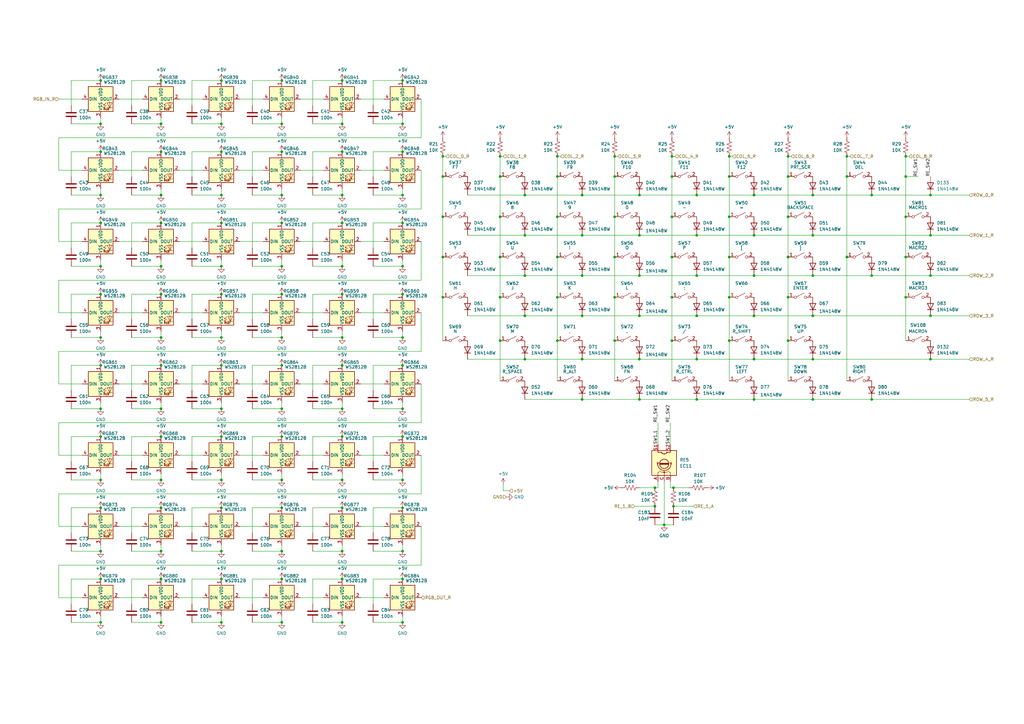
<source format=kicad_sch>
(kicad_sch (version 20230121) (generator eeschema)
  (paper "A3")
  (junction (at 272.415 215.265))
  (junction (at 115.57 138.43))
  (junction (at 215.265 80.01))
  (junction (at 90.805 62.23))
  (junction (at 299.085 88.9))
  (junction (at 66.04 62.23))
  (junction (at 165.1 208.28))
  (junction (at 381.635 96.52))
  (junction (at 381.635 147.32))
  (junction (at 309.245 80.01))
  (junction (at 165.1 50.8))
  (junction (at 228.6 64.135))
  (junction (at 140.335 196.85))
  (junction (at 252.095 139.7))
  (junction (at 90.805 237.49))
  (junction (at 115.57 91.44))
  (junction (at 252.095 64.135))
  (junction (at 165.1 120.65))
  (junction (at 90.805 226.06))
  (junction (at 41.275 208.28))
  (junction (at 262.255 163.83))
  (junction (at 140.335 91.44))
  (junction (at 275.59 121.92))
  (junction (at 66.04 167.64))
  (junction (at 41.275 226.06))
  (junction (at 66.04 149.86))
  (junction (at 333.375 113.03))
  (junction (at 252.095 121.92))
  (junction (at 285.75 129.54))
  (junction (at 238.76 113.03))
  (junction (at 238.76 129.54))
  (junction (at 41.275 179.07))
  (junction (at 275.59 64.135))
  (junction (at 140.335 33.02))
  (junction (at 276.225 207.645))
  (junction (at 333.375 163.83))
  (junction (at 90.805 208.28))
  (junction (at 115.57 33.02))
  (junction (at 165.1 237.49))
  (junction (at 140.335 255.27))
  (junction (at 333.375 129.54))
  (junction (at 140.335 80.01))
  (junction (at 215.265 96.52))
  (junction (at 357.505 163.83))
  (junction (at 165.1 179.07))
  (junction (at 285.75 80.01))
  (junction (at 41.275 91.44))
  (junction (at 275.59 88.9))
  (junction (at 165.1 196.85))
  (junction (at 309.245 147.32))
  (junction (at 115.57 80.01))
  (junction (at 371.475 72.39))
  (junction (at 115.57 62.23))
  (junction (at 323.215 88.9))
  (junction (at 41.275 255.27))
  (junction (at 357.505 80.01))
  (junction (at 275.59 139.7))
  (junction (at 115.57 196.85))
  (junction (at 41.275 138.43))
  (junction (at 333.375 147.32))
  (junction (at 41.275 149.86))
  (junction (at 140.335 167.64))
  (junction (at 228.6 139.7))
  (junction (at 181.61 72.39))
  (junction (at 205.105 121.92))
  (junction (at 66.04 196.85))
  (junction (at 165.1 138.43))
  (junction (at 140.335 149.86))
  (junction (at 140.335 50.8))
  (junction (at 205.105 64.135))
  (junction (at 90.805 91.44))
  (junction (at 309.245 113.03))
  (junction (at 41.275 109.22))
  (junction (at 276.225 200.025))
  (junction (at 299.085 72.39))
  (junction (at 262.255 147.32))
  (junction (at 165.1 149.86))
  (junction (at 262.255 113.03))
  (junction (at 41.275 237.49))
  (junction (at 323.215 64.135))
  (junction (at 66.04 33.02))
  (junction (at 90.805 109.22))
  (junction (at 90.805 120.65))
  (junction (at 90.805 50.8))
  (junction (at 66.04 138.43))
  (junction (at 66.04 80.01))
  (junction (at 228.6 72.39))
  (junction (at 323.215 105.41))
  (junction (at 371.475 105.41))
  (junction (at 66.04 208.28))
  (junction (at 140.335 138.43))
  (junction (at 333.375 96.52))
  (junction (at 181.61 64.135))
  (junction (at 41.275 33.02))
  (junction (at 381.635 113.03))
  (junction (at 140.335 179.07))
  (junction (at 165.1 80.01))
  (junction (at 381.635 80.01))
  (junction (at 115.57 50.8))
  (junction (at 205.105 72.39))
  (junction (at 90.805 167.64))
  (junction (at 238.76 96.52))
  (junction (at 205.105 88.9))
  (junction (at 347.345 72.39))
  (junction (at 238.76 80.01))
  (junction (at 66.04 237.49))
  (junction (at 215.265 147.32))
  (junction (at 66.04 255.27))
  (junction (at 299.085 105.41))
  (junction (at 115.57 179.07))
  (junction (at 66.04 50.8))
  (junction (at 252.095 72.39))
  (junction (at 41.275 196.85))
  (junction (at 115.57 167.64))
  (junction (at 275.59 105.41))
  (junction (at 66.04 179.07))
  (junction (at 347.345 105.41))
  (junction (at 115.57 120.65))
  (junction (at 275.59 72.39))
  (junction (at 309.245 129.54))
  (junction (at 41.275 120.65))
  (junction (at 90.805 80.01))
  (junction (at 140.335 109.22))
  (junction (at 323.215 72.39))
  (junction (at 215.265 129.54))
  (junction (at 115.57 237.49))
  (junction (at 90.805 149.86))
  (junction (at 252.095 105.41))
  (junction (at 90.805 138.43))
  (junction (at 228.6 88.9))
  (junction (at 90.805 196.85))
  (junction (at 262.255 129.54))
  (junction (at 90.805 33.02))
  (junction (at 333.375 80.01))
  (junction (at 41.275 50.8))
  (junction (at 285.75 96.52))
  (junction (at 285.75 113.03))
  (junction (at 41.275 62.23))
  (junction (at 357.505 113.03))
  (junction (at 215.265 113.03))
  (junction (at 285.75 147.32))
  (junction (at 66.04 226.06))
  (junction (at 285.75 163.83))
  (junction (at 181.61 88.9))
  (junction (at 165.1 91.44))
  (junction (at 165.1 167.64))
  (junction (at 309.245 96.52))
  (junction (at 66.04 109.22))
  (junction (at 323.215 139.7))
  (junction (at 205.105 105.41))
  (junction (at 140.335 237.49))
  (junction (at 165.1 33.02))
  (junction (at 228.6 121.92))
  (junction (at 66.04 91.44))
  (junction (at 252.095 88.9))
  (junction (at 262.255 80.01))
  (junction (at 238.76 147.32))
  (junction (at 238.76 163.83))
  (junction (at 115.57 226.06))
  (junction (at 90.805 255.27))
  (junction (at 140.335 62.23))
  (junction (at 115.57 149.86))
  (junction (at 140.335 226.06))
  (junction (at 66.04 120.65))
  (junction (at 205.105 139.7))
  (junction (at 371.475 64.135))
  (junction (at 90.805 179.07))
  (junction (at 115.57 208.28))
  (junction (at 268.605 207.645))
  (junction (at 181.61 105.41))
  (junction (at 299.085 121.92))
  (junction (at 371.475 88.9))
  (junction (at 262.255 96.52))
  (junction (at 299.085 139.7))
  (junction (at 165.1 226.06))
  (junction (at 140.335 120.65))
  (junction (at 228.6 105.41))
  (junction (at 371.475 121.92))
  (junction (at 41.275 80.01))
  (junction (at 299.085 64.135))
  (junction (at 347.345 64.135))
  (junction (at 165.1 62.23))
  (junction (at 309.245 163.83))
  (junction (at 268.605 200.025))
  (junction (at 323.215 121.92))
  (junction (at 165.1 255.27))
  (junction (at 115.57 255.27))
  (junction (at 115.57 109.22))
  (junction (at 165.1 109.22))
  (junction (at 181.61 121.92))
  (junction (at 140.335 208.28))
  (junction (at 41.275 167.64))
  (junction (at 381.635 129.54))
  (wire (pts (xy 299.085 121.92) (xy 299.085 139.7)))
  (wire (pts (xy 381.635 96.52) (xy 397.51 96.52)))
  (wire (pts (xy 165.1 91.44) (xy 153.035 91.44)))
  (wire (pts (xy 78.74 120.65) (xy 78.74 130.81)))
  (wire (pts (xy 48.895 186.69) (xy 58.42 186.69)))
  (wire (pts (xy 115.57 196.85) (xy 115.57 194.31)))
  (wire (pts (xy 205.105 64.135) (xy 205.105 72.39)))
  (wire (pts (xy 181.61 88.9) (xy 181.61 105.41)))
  (wire (pts (xy 333.375 96.52) (xy 381.635 96.52)))
  (wire (pts (xy 268.605 215.265) (xy 272.415 215.265)))
  (wire (pts (xy 53.975 62.23) (xy 53.975 72.39)))
  (wire (pts (xy 98.425 245.11) (xy 107.95 245.11)))
  (wire (pts (xy 48.895 99.06) (xy 58.42 99.06)))
  (wire (pts (xy 53.975 80.01) (xy 66.04 80.01)))
  (wire (pts (xy 41.275 120.65) (xy 29.21 120.65)))
  (wire (pts (xy 165.1 120.65) (xy 153.035 120.65)))
  (wire (pts (xy 48.895 245.11) (xy 58.42 245.11)))
  (wire (pts (xy 73.66 69.85) (xy 83.185 69.85)))
  (wire (pts (xy 323.215 72.39) (xy 323.215 88.9)))
  (wire (pts (xy 165.1 237.49) (xy 153.035 237.49)))
  (wire (pts (xy 53.975 179.07) (xy 53.975 189.23)))
  (wire (pts (xy 205.105 88.9) (xy 205.105 105.41)))
  (wire (pts (xy 24.13 144.145) (xy 24.13 157.48)))
  (wire (pts (xy 153.035 167.64) (xy 165.1 167.64)))
  (wire (pts (xy 285.75 163.83) (xy 309.245 163.83)))
  (wire (pts (xy 357.505 113.03) (xy 381.635 113.03)))
  (wire (pts (xy 228.6 139.7) (xy 228.6 156.21)))
  (wire (pts (xy 123.19 157.48) (xy 132.715 157.48)))
  (wire (pts (xy 29.21 167.64) (xy 41.275 167.64)))
  (wire (pts (xy 24.13 85.725) (xy 24.13 99.06)))
  (wire (pts (xy 24.13 231.775) (xy 172.72 231.775)))
  (wire (pts (xy 41.275 226.06) (xy 41.275 223.52)))
  (wire (pts (xy 333.375 129.54) (xy 381.635 129.54)))
  (wire (pts (xy 66.04 179.07) (xy 53.975 179.07)))
  (wire (pts (xy 215.265 163.83) (xy 238.76 163.83)))
  (wire (pts (xy 299.085 64.135) (xy 299.085 72.39)))
  (wire (pts (xy 29.21 237.49) (xy 29.21 247.65)))
  (wire (pts (xy 285.75 80.01) (xy 309.245 80.01)))
  (wire (pts (xy 24.13 245.11) (xy 33.655 245.11)))
  (wire (pts (xy 238.76 96.52) (xy 262.255 96.52)))
  (wire (pts (xy 275.59 105.41) (xy 275.59 121.92)))
  (wire (pts (xy 140.335 62.23) (xy 128.27 62.23)))
  (wire (pts (xy 215.265 80.01) (xy 238.76 80.01)))
  (wire (pts (xy 123.19 69.85) (xy 132.715 69.85)))
  (wire (pts (xy 128.27 208.28) (xy 128.27 218.44)))
  (wire (pts (xy 140.335 50.8) (xy 140.335 48.26)))
  (wire (pts (xy 53.975 91.44) (xy 53.975 101.6)))
  (wire (pts (xy 53.975 50.8) (xy 66.04 50.8)))
  (wire (pts (xy 191.77 147.32) (xy 215.265 147.32)))
  (wire (pts (xy 347.345 72.39) (xy 347.345 105.41)))
  (wire (pts (xy 172.72 128.27) (xy 172.72 144.145)))
  (wire (pts (xy 128.27 179.07) (xy 128.27 189.23)))
  (wire (pts (xy 147.955 99.06) (xy 157.48 99.06)))
  (wire (pts (xy 269.875 197.485) (xy 269.875 200.025)))
  (wire (pts (xy 252.095 64.135) (xy 253.365 64.135)))
  (wire (pts (xy 128.27 109.22) (xy 140.335 109.22)))
  (wire (pts (xy 41.275 167.64) (xy 41.275 165.1)))
  (wire (pts (xy 205.105 139.7) (xy 205.105 156.21)))
  (wire (pts (xy 181.61 121.92) (xy 181.61 139.7)))
  (wire (pts (xy 66.04 167.64) (xy 66.04 165.1)))
  (wire (pts (xy 153.035 109.22) (xy 165.1 109.22)))
  (wire (pts (xy 274.955 197.485) (xy 274.955 200.025)))
  (wire (pts (xy 262.255 200.025) (xy 268.605 200.025)))
  (wire (pts (xy 299.085 88.9) (xy 299.085 105.41)))
  (wire (pts (xy 53.975 33.02) (xy 53.975 43.18)))
  (wire (pts (xy 53.975 120.65) (xy 53.975 130.81)))
  (wire (pts (xy 165.1 109.22) (xy 165.1 106.68)))
  (wire (pts (xy 252.095 64.135) (xy 252.095 72.39)))
  (wire (pts (xy 262.255 147.32) (xy 285.75 147.32)))
  (wire (pts (xy 140.335 149.86) (xy 128.27 149.86)))
  (wire (pts (xy 140.335 33.02) (xy 128.27 33.02)))
  (wire (pts (xy 191.77 80.01) (xy 215.265 80.01)))
  (wire (pts (xy 371.475 105.41) (xy 371.475 121.92)))
  (wire (pts (xy 90.805 179.07) (xy 78.74 179.07)))
  (wire (pts (xy 66.04 33.02) (xy 53.975 33.02)))
  (wire (pts (xy 73.66 99.06) (xy 83.185 99.06)))
  (wire (pts (xy 228.6 121.92) (xy 228.6 139.7)))
  (wire (pts (xy 309.245 80.01) (xy 333.375 80.01)))
  (wire (pts (xy 153.035 33.02) (xy 153.035 43.18)))
  (wire (pts (xy 371.475 64.135) (xy 371.475 72.39)))
  (wire (pts (xy 147.955 186.69) (xy 157.48 186.69)))
  (wire (pts (xy 48.895 157.48) (xy 58.42 157.48)))
  (wire (pts (xy 252.095 139.7) (xy 252.095 156.21)))
  (wire (pts (xy 103.505 138.43) (xy 115.57 138.43)))
  (wire (pts (xy 73.66 215.9) (xy 83.185 215.9)))
  (wire (pts (xy 24.13 99.06) (xy 33.655 99.06)))
  (wire (pts (xy 115.57 255.27) (xy 115.57 252.73)))
  (wire (pts (xy 78.74 167.64) (xy 90.805 167.64)))
  (wire (pts (xy 206.375 201.295) (xy 208.915 201.295)))
  (wire (pts (xy 41.275 109.22) (xy 41.275 106.68)))
  (wire (pts (xy 268.605 207.645) (xy 260.35 207.645)))
  (wire (pts (xy 66.04 50.8) (xy 66.04 48.26)))
  (wire (pts (xy 309.245 113.03) (xy 333.375 113.03)))
  (wire (pts (xy 66.04 91.44) (xy 53.975 91.44)))
  (wire (pts (xy 90.805 120.65) (xy 78.74 120.65)))
  (wire (pts (xy 165.1 226.06) (xy 165.1 223.52)))
  (wire (pts (xy 53.975 208.28) (xy 53.975 218.44)))
  (wire (pts (xy 333.375 163.83) (xy 357.505 163.83)))
  (wire (pts (xy 128.27 33.02) (xy 128.27 43.18)))
  (wire (pts (xy 103.505 226.06) (xy 115.57 226.06)))
  (wire (pts (xy 103.505 237.49) (xy 103.505 247.65)))
  (wire (pts (xy 262.255 80.01) (xy 285.75 80.01)))
  (wire (pts (xy 147.955 157.48) (xy 157.48 157.48)))
  (wire (pts (xy 41.275 196.85) (xy 41.275 194.31)))
  (wire (pts (xy 78.74 255.27) (xy 90.805 255.27)))
  (wire (pts (xy 29.21 91.44) (xy 29.21 101.6)))
  (wire (pts (xy 103.505 167.64) (xy 115.57 167.64)))
  (wire (pts (xy 215.265 96.52) (xy 238.76 96.52)))
  (wire (pts (xy 165.1 33.02) (xy 153.035 33.02)))
  (wire (pts (xy 128.27 80.01) (xy 140.335 80.01)))
  (wire (pts (xy 275.59 121.92) (xy 275.59 139.7)))
  (wire (pts (xy 48.895 215.9) (xy 58.42 215.9)))
  (wire (pts (xy 78.74 237.49) (xy 78.74 247.65)))
  (wire (pts (xy 252.095 72.39) (xy 252.095 88.9)))
  (wire (pts (xy 275.59 139.7) (xy 275.59 156.21)))
  (wire (pts (xy 228.6 88.9) (xy 228.6 105.41)))
  (wire (pts (xy 90.805 80.01) (xy 90.805 77.47)))
  (wire (pts (xy 172.72 215.9) (xy 172.72 231.775)))
  (wire (pts (xy 165.1 80.01) (xy 165.1 77.47)))
  (wire (pts (xy 29.21 138.43) (xy 41.275 138.43)))
  (wire (pts (xy 165.1 208.28) (xy 153.035 208.28)))
  (wire (pts (xy 252.095 88.9) (xy 252.095 105.41)))
  (wire (pts (xy 24.13 173.355) (xy 24.13 186.69)))
  (wire (pts (xy 123.19 99.06) (xy 132.715 99.06)))
  (wire (pts (xy 153.035 138.43) (xy 165.1 138.43)))
  (wire (pts (xy 165.1 138.43) (xy 165.1 135.89)))
  (wire (pts (xy 181.61 64.135) (xy 182.88 64.135)))
  (wire (pts (xy 153.035 80.01) (xy 165.1 80.01)))
  (wire (pts (xy 181.61 72.39) (xy 181.61 88.9)))
  (wire (pts (xy 53.975 109.22) (xy 66.04 109.22)))
  (wire (pts (xy 153.035 179.07) (xy 153.035 189.23)))
  (wire (pts (xy 228.6 64.135) (xy 228.6 72.39)))
  (wire (pts (xy 78.74 196.85) (xy 90.805 196.85)))
  (wire (pts (xy 128.27 196.85) (xy 140.335 196.85)))
  (wire (pts (xy 128.27 62.23) (xy 128.27 72.39)))
  (wire (pts (xy 140.335 208.28) (xy 128.27 208.28)))
  (wire (pts (xy 78.74 50.8) (xy 90.805 50.8)))
  (wire (pts (xy 371.475 88.9) (xy 371.475 105.41)))
  (wire (pts (xy 123.19 128.27) (xy 132.715 128.27)))
  (wire (pts (xy 381.635 147.32) (xy 397.51 147.32)))
  (wire (pts (xy 165.1 50.8) (xy 165.1 48.26)))
  (wire (pts (xy 128.27 50.8) (xy 140.335 50.8)))
  (wire (pts (xy 29.21 196.85) (xy 41.275 196.85)))
  (wire (pts (xy 381.635 113.03) (xy 397.51 113.03)))
  (wire (pts (xy 128.27 167.64) (xy 140.335 167.64)))
  (wire (pts (xy 78.74 62.23) (xy 78.74 72.39)))
  (wire (pts (xy 275.59 88.9) (xy 275.59 105.41)))
  (wire (pts (xy 191.77 96.52) (xy 215.265 96.52)))
  (wire (pts (xy 140.335 255.27) (xy 140.335 252.73)))
  (wire (pts (xy 29.21 208.28) (xy 29.21 218.44)))
  (wire (pts (xy 140.335 91.44) (xy 128.27 91.44)))
  (wire (pts (xy 66.04 255.27) (xy 66.04 252.73)))
  (wire (pts (xy 123.19 40.64) (xy 132.715 40.64)))
  (wire (pts (xy 66.04 237.49) (xy 53.975 237.49)))
  (wire (pts (xy 276.225 200.025) (xy 274.955 200.025)))
  (wire (pts (xy 371.475 72.39) (xy 371.475 88.9)))
  (wire (pts (xy 268.605 200.025) (xy 269.875 200.025)))
  (wire (pts (xy 215.265 147.32) (xy 238.76 147.32)))
  (wire (pts (xy 24.13 114.935) (xy 172.72 114.935)))
  (wire (pts (xy 90.805 149.86) (xy 78.74 149.86)))
  (wire (pts (xy 24.13 69.85) (xy 33.655 69.85)))
  (wire (pts (xy 90.805 138.43) (xy 90.805 135.89)))
  (wire (pts (xy 299.085 105.41) (xy 299.085 121.92)))
  (wire (pts (xy 48.895 40.64) (xy 58.42 40.64)))
  (wire (pts (xy 103.505 80.01) (xy 115.57 80.01)))
  (wire (pts (xy 90.805 50.8) (xy 90.805 48.26)))
  (wire (pts (xy 103.505 91.44) (xy 103.505 101.6)))
  (wire (pts (xy 103.505 149.86) (xy 103.505 160.02)))
  (wire (pts (xy 299.085 72.39) (xy 299.085 88.9)))
  (wire (pts (xy 165.1 179.07) (xy 153.035 179.07)))
  (wire (pts (xy 206.375 198.755) (xy 206.375 201.295)))
  (wire (pts (xy 115.57 50.8) (xy 115.57 48.26)))
  (wire (pts (xy 115.57 179.07) (xy 103.505 179.07)))
  (wire (pts (xy 115.57 226.06) (xy 115.57 223.52)))
  (wire (pts (xy 153.035 196.85) (xy 165.1 196.85)))
  (wire (pts (xy 140.335 237.49) (xy 128.27 237.49)))
  (wire (pts (xy 24.13 85.725) (xy 172.72 85.725)))
  (wire (pts (xy 98.425 128.27) (xy 107.95 128.27)))
  (wire (pts (xy 272.415 215.265) (xy 276.225 215.265)))
  (wire (pts (xy 153.035 208.28) (xy 153.035 218.44)))
  (wire (pts (xy 24.13 40.64) (xy 33.655 40.64)))
  (wire (pts (xy 238.76 163.83) (xy 262.255 163.83)))
  (wire (pts (xy 41.275 179.07) (xy 29.21 179.07)))
  (wire (pts (xy 299.085 64.135) (xy 300.355 64.135)))
  (wire (pts (xy 140.335 80.01) (xy 140.335 77.47)))
  (wire (pts (xy 90.805 255.27) (xy 90.805 252.73)))
  (wire (pts (xy 262.255 113.03) (xy 285.75 113.03)))
  (wire (pts (xy 41.275 255.27) (xy 41.275 252.73)))
  (wire (pts (xy 140.335 196.85) (xy 140.335 194.31)))
  (wire (pts (xy 123.19 245.11) (xy 132.715 245.11)))
  (wire (pts (xy 371.475 121.92) (xy 371.475 139.7)))
  (wire (pts (xy 172.72 40.64) (xy 172.72 56.515)))
  (wire (pts (xy 123.19 186.69) (xy 132.715 186.69)))
  (wire (pts (xy 272.415 197.485) (xy 272.415 215.265)))
  (wire (pts (xy 53.975 255.27) (xy 66.04 255.27)))
  (wire (pts (xy 191.77 113.03) (xy 215.265 113.03)))
  (wire (pts (xy 24.13 144.145) (xy 172.72 144.145)))
  (wire (pts (xy 191.77 129.54) (xy 215.265 129.54)))
  (wire (pts (xy 78.74 179.07) (xy 78.74 189.23)))
  (wire (pts (xy 29.21 109.22) (xy 41.275 109.22)))
  (wire (pts (xy 172.72 157.48) (xy 172.72 173.355)))
  (wire (pts (xy 238.76 147.32) (xy 262.255 147.32)))
  (wire (pts (xy 24.13 114.935) (xy 24.13 128.27)))
  (wire (pts (xy 381.635 129.54) (xy 397.51 129.54)))
  (wire (pts (xy 41.275 138.43) (xy 41.275 135.89)))
  (wire (pts (xy 103.505 196.85) (xy 115.57 196.85)))
  (wire (pts (xy 78.74 33.02) (xy 78.74 43.18)))
  (wire (pts (xy 66.04 226.06) (xy 66.04 223.52)))
  (wire (pts (xy 140.335 109.22) (xy 140.335 106.68)))
  (wire (pts (xy 165.1 62.23) (xy 153.035 62.23)))
  (wire (pts (xy 73.66 157.48) (xy 83.185 157.48)))
  (wire (pts (xy 90.805 196.85) (xy 90.805 194.31)))
  (wire (pts (xy 73.66 128.27) (xy 83.185 128.27)))
  (wire (pts (xy 98.425 215.9) (xy 107.95 215.9)))
  (wire (pts (xy 347.345 64.135) (xy 347.345 72.39)))
  (wire (pts (xy 41.275 80.01) (xy 41.275 77.47)))
  (wire (pts (xy 252.095 121.92) (xy 252.095 139.7)))
  (wire (pts (xy 228.6 72.39) (xy 228.6 88.9)))
  (wire (pts (xy 115.57 91.44) (xy 103.505 91.44)))
  (wire (pts (xy 205.105 64.135) (xy 206.375 64.135)))
  (wire (pts (xy 309.245 147.32) (xy 333.375 147.32)))
  (wire (pts (xy 128.27 255.27) (xy 140.335 255.27)))
  (wire (pts (xy 128.27 237.49) (xy 128.27 247.65)))
  (wire (pts (xy 53.975 237.49) (xy 53.975 247.65)))
  (wire (pts (xy 371.475 72.39) (xy 376.555 72.39)))
  (wire (pts (xy 41.275 208.28) (xy 29.21 208.28)))
  (wire (pts (xy 215.265 129.54) (xy 238.76 129.54)))
  (wire (pts (xy 24.13 231.775) (xy 24.13 245.11)))
  (wire (pts (xy 153.035 62.23) (xy 153.035 72.39)))
  (wire (pts (xy 205.105 72.39) (xy 205.105 88.9)))
  (wire (pts (xy 98.425 69.85) (xy 107.95 69.85)))
  (wire (pts (xy 282.575 200.025) (xy 276.225 200.025)))
  (wire (pts (xy 115.57 120.65) (xy 103.505 120.65)))
  (wire (pts (xy 90.805 208.28) (xy 78.74 208.28)))
  (wire (pts (xy 78.74 91.44) (xy 78.74 101.6)))
  (wire (pts (xy 78.74 80.01) (xy 90.805 80.01)))
  (wire (pts (xy 115.57 80.01) (xy 115.57 77.47)))
  (wire (pts (xy 78.74 138.43) (xy 90.805 138.43)))
  (wire (pts (xy 41.275 91.44) (xy 29.21 91.44)))
  (wire (pts (xy 78.74 226.06) (xy 90.805 226.06)))
  (wire (pts (xy 238.76 80.01) (xy 262.255 80.01)))
  (wire (pts (xy 128.27 149.86) (xy 128.27 160.02)))
  (wire (pts (xy 299.085 139.7) (xy 299.085 156.21)))
  (wire (pts (xy 115.57 62.23) (xy 103.505 62.23)))
  (wire (pts (xy 98.425 157.48) (xy 107.95 157.48)))
  (wire (pts (xy 90.805 226.06) (xy 90.805 223.52)))
  (wire (pts (xy 98.425 40.64) (xy 107.95 40.64)))
  (wire (pts (xy 147.955 245.11) (xy 157.48 245.11)))
  (wire (pts (xy 275.59 64.135) (xy 276.86 64.135)))
  (wire (pts (xy 381.635 80.01) (xy 397.51 80.01)))
  (wire (pts (xy 205.105 121.92) (xy 205.105 139.7)))
  (wire (pts (xy 238.76 129.54) (xy 262.255 129.54)))
  (wire (pts (xy 153.035 237.49) (xy 153.035 247.65)))
  (wire (pts (xy 29.21 62.23) (xy 29.21 72.39)))
  (wire (pts (xy 115.57 149.86) (xy 103.505 149.86)))
  (wire (pts (xy 115.57 138.43) (xy 115.57 135.89)))
  (wire (pts (xy 357.505 80.01) (xy 381.635 80.01)))
  (wire (pts (xy 66.04 62.23) (xy 53.975 62.23)))
  (wire (pts (xy 29.21 149.86) (xy 29.21 160.02)))
  (wire (pts (xy 78.74 208.28) (xy 78.74 218.44)))
  (wire (pts (xy 24.13 173.355) (xy 172.72 173.355)))
  (wire (pts (xy 275.59 64.135) (xy 275.59 72.39)))
  (wire (pts (xy 153.035 50.8) (xy 165.1 50.8)))
  (wire (pts (xy 285.75 113.03) (xy 309.245 113.03)))
  (wire (pts (xy 24.13 202.565) (xy 172.72 202.565)))
  (wire (pts (xy 323.215 88.9) (xy 323.215 105.41)))
  (wire (pts (xy 41.275 149.86) (xy 29.21 149.86)))
  (wire (pts (xy 41.275 237.49) (xy 29.21 237.49)))
  (wire (pts (xy 66.04 120.65) (xy 53.975 120.65)))
  (wire (pts (xy 73.66 186.69) (xy 83.185 186.69)))
  (wire (pts (xy 98.425 186.69) (xy 107.95 186.69)))
  (wire (pts (xy 103.505 109.22) (xy 115.57 109.22)))
  (wire (pts (xy 24.13 202.565) (xy 24.13 215.9)))
  (wire (pts (xy 262.255 129.54) (xy 285.75 129.54)))
  (wire (pts (xy 347.345 64.135) (xy 348.615 64.135)))
  (wire (pts (xy 103.505 120.65) (xy 103.505 130.81)))
  (wire (pts (xy 24.13 215.9) (xy 33.655 215.9)))
  (wire (pts (xy 66.04 149.86) (xy 53.975 149.86)))
  (wire (pts (xy 41.275 33.02) (xy 29.21 33.02)))
  (wire (pts (xy 29.21 80.01) (xy 41.275 80.01)))
  (wire (pts (xy 262.255 96.52) (xy 285.75 96.52)))
  (wire (pts (xy 357.505 163.83) (xy 397.51 163.83)))
  (wire (pts (xy 73.66 40.64) (xy 83.185 40.64)))
  (wire (pts (xy 29.21 33.02) (xy 29.21 43.18)))
  (wire (pts (xy 66.04 208.28) (xy 53.975 208.28)))
  (wire (pts (xy 165.1 149.86) (xy 153.035 149.86)))
  (wire (pts (xy 165.1 167.64) (xy 165.1 165.1)))
  (wire (pts (xy 333.375 113.03) (xy 357.505 113.03)))
  (wire (pts (xy 24.13 128.27) (xy 33.655 128.27)))
  (wire (pts (xy 323.215 64.135) (xy 324.485 64.135)))
  (wire (pts (xy 48.895 128.27) (xy 58.42 128.27)))
  (wire (pts (xy 285.75 129.54) (xy 309.245 129.54)))
  (wire (pts (xy 66.04 138.43) (xy 66.04 135.89)))
  (wire (pts (xy 98.425 99.06) (xy 107.95 99.06)))
  (wire (pts (xy 371.475 64.135) (xy 372.745 64.135)))
  (wire (pts (xy 115.57 33.02) (xy 103.505 33.02)))
  (wire (pts (xy 165.1 255.27) (xy 165.1 252.73)))
  (wire (pts (xy 41.275 50.8) (xy 41.275 48.26)))
  (wire (pts (xy 323.215 121.92) (xy 323.215 139.7)))
  (wire (pts (xy 29.21 255.27) (xy 41.275 255.27)))
  (wire (pts (xy 347.345 105.41) (xy 347.345 156.21)))
  (wire (pts (xy 78.74 109.22) (xy 90.805 109.22)))
  (wire (pts (xy 140.335 226.06) (xy 140.335 223.52)))
  (wire (pts (xy 140.335 138.43) (xy 140.335 135.89)))
  (wire (pts (xy 103.505 179.07) (xy 103.505 189.23)))
  (wire (pts (xy 153.035 255.27) (xy 165.1 255.27)))
  (wire (pts (xy 147.955 40.64) (xy 157.48 40.64)))
  (wire (pts (xy 128.27 138.43) (xy 140.335 138.43)))
  (wire (pts (xy 48.895 69.85) (xy 58.42 69.85)))
  (wire (pts (xy 165.1 196.85) (xy 165.1 194.31)))
  (wire (pts (xy 90.805 237.49) (xy 78.74 237.49)))
  (wire (pts (xy 128.27 226.06) (xy 140.335 226.06)))
  (wire (pts (xy 53.975 167.64) (xy 66.04 167.64)))
  (wire (pts (xy 78.74 149.86) (xy 78.74 160.02)))
  (wire (pts (xy 252.095 105.41) (xy 252.095 121.92)))
  (wire (pts (xy 323.215 64.135) (xy 323.215 72.39)))
  (wire (pts (xy 228.6 105.41) (xy 228.6 121.92)))
  (wire (pts (xy 274.955 173.355) (xy 274.955 182.245)))
  (wire (pts (xy 323.215 139.7) (xy 323.215 156.21)))
  (wire (pts (xy 90.805 167.64) (xy 90.805 165.1)))
  (wire (pts (xy 53.975 196.85) (xy 66.04 196.85)))
  (wire (pts (xy 29.21 226.06) (xy 41.275 226.06)))
  (wire (pts (xy 285.75 96.52) (xy 309.245 96.52)))
  (wire (pts (xy 228.6 64.135) (xy 229.87 64.135)))
  (wire (pts (xy 323.215 105.41) (xy 323.215 121.92)))
  (wire (pts (xy 153.035 91.44) (xy 153.035 101.6)))
  (wire (pts (xy 103.505 62.23) (xy 103.505 72.39)))
  (wire (pts (xy 103.505 208.28) (xy 103.505 218.44)))
  (wire (pts (xy 147.955 128.27) (xy 157.48 128.27)))
  (wire (pts (xy 29.21 50.8) (xy 41.275 50.8)))
  (wire (pts (xy 29.21 120.65) (xy 29.21 130.81)))
  (wire (pts (xy 24.13 157.48) (xy 33.655 157.48)))
  (wire (pts (xy 73.66 245.11) (xy 83.185 245.11)))
  (wire (pts (xy 24.13 56.515) (xy 24.13 69.85)))
  (wire (pts (xy 269.875 173.355) (xy 269.875 182.245)))
  (wire (pts (xy 275.59 72.39) (xy 275.59 88.9)))
  (wire (pts (xy 205.105 105.41) (xy 205.105 121.92)))
  (wire (pts (xy 128.27 91.44) (xy 128.27 101.6)))
  (wire (pts (xy 153.035 120.65) (xy 153.035 130.81)))
  (wire (pts (xy 103.505 33.02) (xy 103.505 43.18)))
  (wire (pts (xy 66.04 196.85) (xy 66.04 194.31)))
  (wire (pts (xy 103.505 255.27) (xy 115.57 255.27)))
  (wire (pts (xy 309.245 129.54) (xy 333.375 129.54)))
  (wire (pts (xy 276.225 207.645) (xy 284.48 207.645)))
  (wire (pts (xy 238.76 113.03) (xy 262.255 113.03)))
  (wire (pts (xy 147.955 215.9) (xy 157.48 215.9)))
  (wire (pts (xy 115.57 109.22) (xy 115.57 106.68)))
  (wire (pts (xy 53.975 149.86) (xy 53.975 160.02)))
  (wire (pts (xy 66.04 109.22) (xy 66.04 106.68)))
  (wire (pts (xy 24.13 186.69) (xy 33.655 186.69)))
  (wire (pts (xy 115.57 237.49) (xy 103.505 237.49)))
  (wire (pts (xy 181.61 105.41) (xy 181.61 121.92)))
  (wire (pts (xy 90.805 109.22) (xy 90.805 106.68)))
  (wire (pts (xy 172.72 186.69) (xy 172.72 202.565)))
  (wire (pts (xy 90.805 33.02) (xy 78.74 33.02)))
  (wire (pts (xy 333.375 80.01) (xy 357.505 80.01)))
  (wire (pts (xy 172.72 69.85) (xy 172.72 85.725)))
  (wire (pts (xy 140.335 167.64) (xy 140.335 165.1)))
  (wire (pts (xy 41.275 62.23) (xy 29.21 62.23)))
  (wire (pts (xy 115.57 167.64) (xy 115.57 165.1)))
  (wire (pts (xy 153.035 149.86) (xy 153.035 160.02)))
  (wire (pts (xy 24.13 56.515) (xy 172.72 56.515)))
  (wire (pts (xy 309.245 96.52) (xy 333.375 96.52)))
  (wire (pts (xy 90.805 62.23) (xy 78.74 62.23)))
  (wire (pts (xy 181.61 64.135) (xy 181.61 72.39)))
  (wire (pts (xy 53.975 138.43) (xy 66.04 138.43)))
  (wire (pts (xy 262.255 163.83) (xy 285.75 163.83)))
  (wire (pts (xy 153.035 226.06) (xy 165.1 226.06)))
  (wire (pts (xy 172.72 99.06) (xy 172.72 114.935)))
  (wire (pts (xy 29.21 179.07) (xy 29.21 189.23)))
  (wire (pts (xy 53.975 226.06) (xy 66.04 226.06)))
  (wire (pts (xy 333.375 147.32) (xy 381.635 147.32)))
  (wire (pts (xy 66.04 80.01) (xy 66.04 77.47)))
  (wire (pts (xy 140.335 179.07) (xy 128.27 179.07)))
  (wire (pts (xy 128.27 120.65) (xy 128.27 130.81)))
  (wire (pts (xy 285.75 147.32) (xy 309.245 147.32)))
  (wire (pts (xy 123.19 215.9) (xy 132.715 215.9)))
  (wire (pts (xy 90.805 91.44) (xy 78.74 91.44)))
  (wire (pts (xy 115.57 208.28) (xy 103.505 208.28)))
  (wire (pts (xy 215.265 113.03) (xy 238.76 113.03)))
  (wire (pts (xy 103.505 50.8) (xy 115.57 50.8)))
  (wire (pts (xy 140.335 120.65) (xy 128.27 120.65)))
  (wire (pts (xy 309.245 163.83) (xy 333.375 163.83)))
  (wire (pts (xy 147.955 69.85) (xy 157.48 69.85)))
  (label "SW1.2" (at 274.955 182.245 90))
  (label "RE_SW2" (at 274.955 173.355 90))
  (label "RE_SW1" (at 269.875 173.355 90))
  (label "SW1.1" (at 269.875 182.245 90))
  (label "RE_SW2" (at 381.635 72.39 90))
  (label "RE_SW1" (at 376.555 72.39 90))
  (hierarchical_label "RGB_OUT_R" (shape input) (at 172.72 245.11 0))
  (hierarchical_label "COL_6_R" (shape input) (at 324.485 64.135 0))
  (hierarchical_label "COL_3_R" (shape input) (at 253.365 64.135 0))
  (hierarchical_label "ROW_2_R" (shape input) (at 397.51 113.03 0))
  (hierarchical_label "COL_0_R" (shape input) (at 182.88 64.135 0))
  (hierarchical_label "COL_1_R" (shape input) (at 206.375 64.135 0))
  (hierarchical_label "COL_8_R" (shape input) (at 372.745 64.135 0))
  (hierarchical_label "ROW_3_R" (shape input) (at 397.51 129.54 0))
  (hierarchical_label "ROW_4_R" (shape input) (at 397.51 147.32 0))
  (hierarchical_label "COL_2_R" (shape input) (at 229.87 64.135 0))
  (hierarchical_label "COL_5_R" (shape input) (at 300.355 64.135 0))
  (hierarchical_label "+5V" (shape input) (at 208.915 201.295 0))
  (hierarchical_label "COL_4_R" (shape input) (at 276.86 64.135 0))
  (hierarchical_label "RE_1_A" (shape input) (at 284.48 207.645 0))
  (hierarchical_label "RGB_IN_R" (shape input) (at 24.13 40.64 180))
  (hierarchical_label "COL_7_R" (shape input) (at 348.615 64.135 0))
  (hierarchical_label "ROW_0_R" (shape input) (at 397.51 80.01 0))
  (hierarchical_label "ROW_5_R" (shape input) (at 397.51 163.83 0))
  (hierarchical_label "GND" (shape input) (at 207.645 203.835 180))
  (hierarchical_label "ROW_1_R" (shape input) (at 397.51 96.52 0))
  (hierarchical_label "RE_1_B" (shape input) (at 260.35 207.645 180))
  (symbol (lib_id "Device:C") (at 103.505 105.41 0) (unit 1)
    (property "Reference" "C52" (at 106.68 104.1399 0) (effects (justify left)))
    (property "Value" "100n" (at 106.68 106.6799 0) (effects (justify left)))
    (property "Footprint" "Capacitor_SMD:C_0603_1608Metric" (effects hide))
  )
  (symbol (lib_id "Switch:SW_SPST") (at 186.69 139.7 0) (unit 1)
    (property "Reference" "SW69" (at 186.69 133.985 0))
    (property "Value" "N" (at 186.69 135.89 0))
    (property "Footprint" "Button_Switch_Keyboard:SW_Cherry_MX_1.00u_PCB" (effects hide))
  )
  (symbol (lib_id "Device:R_US") (at 286.385 200.025 270) (unit 1)
    (property "Reference" "R107" (at 284.48 194.945 90) (effects (justify left)))
    (property "Value" "10K" (at 284.48 197.485 90) (effects (justify left)))
    (property "Footprint" "Resistor_SMD:R_0603_1608Metric" (effects hide))
  )
  (symbol (lib_id "Switch:SW_SPST") (at 328.295 156.21 0) (unit 1)
    (property "Reference" "SW78" (at 328.295 150.495 0))
    (property "Value" "DOWN" (at 328.295 152.4 0))
    (property "Footprint" "Button_Switch_Keyboard:SW_Cherry_MX_1.00u_PCB" (effects hide))
  )
  (symbol (lib_id "Device:C") (at 103.505 46.99 0) (unit 1)
    (property "Reference" "C40" (at 106.68 45.7199 0) (effects (justify left)))
    (property "Value" "100n" (at 106.68 48.2599 0) (effects (justify left)))
    (property "Footprint" "Capacitor_SMD:C_0603_1608Metric" (effects hide))
  )
  (symbol (lib_id "Switch:SW_SPST") (at 376.555 105.41 0) (unit 1)
    (property "Reference" "SW82" (at 376.555 99.695 0))
    (property "Value" "MACRO2" (at 376.555 101.6 0))
    (property "Footprint" "Button_Switch_Keyboard:SW_Cherry_MX_1.00u_PCB" (effects hide))
  )
  (symbol (lib_id "power:GND") (at 207.645 203.835 90) (unit 1)
    (property "Reference" "#PWR0148" (effects hide))
    (property "Value" "GND" (at 210.82 203.8349 90) (effects (justify right)))
  )
  (symbol (lib_id "Device:C") (at 153.035 76.2 0) (unit 1)
    (property "Reference" "C48" (at 156.21 74.9299 0) (effects (justify left)))
    (property "Value" "100n" (at 156.21 77.4699 0) (effects (justify left)))
    (property "Footprint" "Capacitor_SMD:C_0603_1608Metric" (effects hide))
  )
  (symbol (lib_id "power:GND") (at 41.275 167.64 0) (unit 1)
    (property "Reference" "#PWR0129" (effects hide))
    (property "Value" "GND" (at 41.275 172.085 0))
  )
  (symbol (lib_id "Device:D") (at 357.505 76.2 90) (unit 1)
    (property "Reference" "D44" (at 360.045 74.9299 90) (effects (justify right)))
    (property "Value" "1N4148W" (at 360.045 77.4699 90) (effects (justify right)))
    (property "Footprint" "Diode_SMD:D_SOD-123" (effects hide))
  )
  (symbol (lib_id "power:GND") (at 41.275 80.01 0) (unit 1)
    (property "Reference" "#PWR093" (effects hide))
    (property "Value" "GND" (at 41.275 84.455 0))
  )
  (symbol (lib_id "Device:C") (at 128.27 134.62 0) (unit 1)
    (property "Reference" "C59" (at 131.445 133.3499 0) (effects (justify left)))
    (property "Value" "100n" (at 131.445 135.8899 0) (effects (justify left)))
    (property "Footprint" "Capacitor_SMD:C_0603_1608Metric" (effects hide))
  )
  (symbol (lib_id "power:GND") (at 115.57 109.22 0) (unit 1)
    (property "Reference" "#PWR0108" (effects hide))
    (property "Value" "GND" (at 115.57 113.665 0))
  )
  (symbol (lib_id "Switch:SW_SPST") (at 280.67 72.39 0) (unit 1)
    (property "Reference" "SW41" (at 280.67 66.675 0))
    (property "Value" "F11" (at 280.67 68.58 0))
    (property "Footprint" "Button_Switch_Keyboard:SW_Cherry_MX_1.00u_PCB" (effects hide))
  )
  (symbol (lib_id "power:GND") (at 165.1 138.43 0) (unit 1)
    (property "Reference" "#PWR0122" (effects hide))
    (property "Value" "GND" (at 165.1 142.875 0))
  )
  (symbol (lib_id "Device:D") (at 238.76 143.51 90) (unit 1)
    (property "Reference" "D71" (at 241.3 142.2399 90) (effects (justify right)))
    (property "Value" "1N4148W" (at 241.3 144.7799 90) (effects (justify right)))
    (property "Footprint" "Diode_SMD:D_SOD-123" (effects hide))
  )
  (symbol (lib_id "LED:WS2812B") (at 41.275 40.64 0) (unit 1)
    (property "Reference" "RGB37" (at 45.085 31.75 0))
    (property "Value" "WS2812B" (at 46.99 33.655 0))
    (property "Footprint" "LED_SMD:LED_WS2812B_PLCC4_5.0x5.0mm_P3.2mm" (effects hide))
    (property "Datasheet" "https://cdn-shop.adafruit.com/datasheets/WS2812B.pdf" (effects hide))
  )
  (symbol (lib_id "power:+5V") (at 115.57 208.28 0) (unit 1)
    (property "Reference" "#PWR0152" (effects hide))
    (property "Value" "+5V" (at 115.57 203.835 0))
  )
  (symbol (lib_id "Device:R_US") (at 323.215 60.325 0) (unit 1)
    (property "Reference" "R27" (at 317.5 59.055 0) (effects (justify left)))
    (property "Value" "10K" (at 317.5 61.595 0) (effects (justify left)))
    (property "Footprint" "Resistor_SMD:R_0603_1608Metric" (effects hide))
  )
  (symbol (lib_id "power:GND") (at 41.275 50.8 0) (unit 1)
    (property "Reference" "#PWR081" (effects hide))
    (property "Value" "GND" (at 41.275 55.245 0))
  )
  (symbol (lib_id "power:+5V") (at 41.275 33.02 0) (unit 1)
    (property "Reference" "#PWR075" (effects hide))
    (property "Value" "+5V" (at 41.275 28.575 0))
  )
  (symbol (lib_id "Device:C") (at 53.975 134.62 0) (unit 1)
    (property "Reference" "C56" (at 57.15 133.3499 0) (effects (justify left)))
    (property "Value" "100n" (at 57.15 135.8899 0) (effects (justify left)))
    (property "Footprint" "Capacitor_SMD:C_0603_1608Metric" (effects hide))
  )
  (symbol (lib_id "power:GND") (at 66.04 50.8 0) (unit 1)
    (property "Reference" "#PWR082" (effects hide))
    (property "Value" "GND" (at 66.04 55.245 0))
  )
  (symbol (lib_id "LED:WS2812B") (at 115.57 245.11 0) (unit 1)
    (property "Reference" "RGB82" (at 119.38 236.22 0))
    (property "Value" "WS2812B" (at 121.285 238.125 0))
    (property "Footprint" "LED_SMD:LED_WS2812B_PLCC4_5.0x5.0mm_P3.2mm" (effects hide))
    (property "Datasheet" "https://cdn-shop.adafruit.com/datasheets/WS2812B.pdf" (effects hide))
  )
  (symbol (lib_id "power:GND") (at 90.805 196.85 0) (unit 1)
    (property "Reference" "#PWR0143" (effects hide))
    (property "Value" "GND" (at 90.805 201.295 0))
  )
  (symbol (lib_id "LED:WS2812B") (at 140.335 215.9 0) (unit 1)
    (property "Reference" "RGB77" (at 144.145 207.01 0))
    (property "Value" "WS2812B" (at 146.05 208.915 0))
    (property "Footprint" "LED_SMD:LED_WS2812B_PLCC4_5.0x5.0mm_P3.2mm" (effects hide))
    (property "Datasheet" "https://cdn-shop.adafruit.com/datasheets/WS2812B.pdf" (effects hide))
  )
  (symbol (lib_id "Device:C") (at 29.21 76.2 0) (unit 1)
    (property "Reference" "C43" (at 32.385 74.9299 0) (effects (justify left)))
    (property "Value" "100n" (at 32.385 77.4699 0) (effects (justify left)))
    (property "Footprint" "Capacitor_SMD:C_0603_1608Metric" (effects hide))
  )
  (symbol (lib_id "LED:WS2812B") (at 90.805 69.85 0) (unit 1)
    (property "Reference" "RGB45" (at 94.615 60.96 0))
    (property "Value" "WS2812B" (at 96.52 62.865 0))
    (property "Footprint" "LED_SMD:LED_WS2812B_PLCC4_5.0x5.0mm_P3.2mm" (effects hide))
    (property "Datasheet" "https://cdn-shop.adafruit.com/datasheets/WS2812B.pdf" (effects hide))
  )
  (symbol (lib_id "power:+5V") (at 90.805 237.49 0) (unit 1)
    (property "Reference" "#PWR0163" (effects hide))
    (property "Value" "+5V" (at 90.805 233.045 0))
  )
  (symbol (lib_id "LED:WS2812B") (at 140.335 157.48 0) (unit 1)
    (property "Reference" "RGB65" (at 144.145 148.59 0))
    (property "Value" "WS2812B" (at 146.05 150.495 0))
    (property "Footprint" "LED_SMD:LED_WS2812B_PLCC4_5.0x5.0mm_P3.2mm" (effects hide))
    (property "Datasheet" "https://cdn-shop.adafruit.com/datasheets/WS2812B.pdf" (effects hide))
  )
  (symbol (lib_id "LED:WS2812B") (at 90.805 245.11 0) (unit 1)
    (property "Reference" "RGB81" (at 94.615 236.22 0))
    (property "Value" "WS2812B" (at 96.52 238.125 0))
    (property "Footprint" "LED_SMD:LED_WS2812B_PLCC4_5.0x5.0mm_P3.2mm" (effects hide))
    (property "Datasheet" "https://cdn-shop.adafruit.com/datasheets/WS2812B.pdf" (effects hide))
  )
  (symbol (lib_id "Device:D") (at 262.255 160.02 90) (unit 1)
    (property "Reference" "D68" (at 264.795 158.7499 90) (effects (justify right)))
    (property "Value" "1N4148W" (at 264.795 161.2899 90) (effects (justify right)))
    (property "Footprint" "Diode_SMD:D_SOD-123" (effects hide))
  )
  (symbol (lib_id "Device:C") (at 78.74 134.62 0) (unit 1)
    (property "Reference" "C57" (at 81.915 133.3499 0) (effects (justify left)))
    (property "Value" "100n" (at 81.915 135.8899 0) (effects (justify left)))
    (property "Footprint" "Capacitor_SMD:C_0603_1608Metric" (effects hide))
  )
  (symbol (lib_id "Switch:SW_SPST") (at 257.175 105.41 0) (unit 1)
    (property "Reference" "SW56" (at 257.175 99.695 0))
    (property "Value" "O" (at 257.175 101.6 0))
    (property "Footprint" "Button_Switch_Keyboard:SW_Cherry_MX_1.00u_PCB" (effects hide))
  )
  (symbol (lib_id "power:GND") (at 90.805 109.22 0) (unit 1)
    (property "Reference" "#PWR0107" (effects hide))
    (property "Value" "GND" (at 90.805 113.665 0))
  )
  (symbol (lib_id "power:+5V") (at 115.57 62.23 0) (unit 1)
    (property "Reference" "#PWR090" (effects hide))
    (property "Value" "+5V" (at 115.57 57.785 0))
  )
  (symbol (lib_id "LED:WS2812B") (at 66.04 157.48 0) (unit 1)
    (property "Reference" "RGB62" (at 69.85 148.59 0))
    (property "Value" "WS2812B" (at 71.755 150.495 0))
    (property "Footprint" "LED_SMD:LED_WS2812B_PLCC4_5.0x5.0mm_P3.2mm" (effects hide))
    (property "Datasheet" "https://cdn-shop.adafruit.com/datasheets/WS2812B.pdf" (effects hide))
  )
  (symbol (lib_id "Device:D") (at 215.265 160.02 90) (unit 1)
    (property "Reference" "D52" (at 217.805 158.7499 90) (effects (justify right)))
    (property "Value" "1N4148W" (at 217.805 161.2899 90) (effects (justify right)))
    (property "Footprint" "Diode_SMD:D_SOD-123" (effects hide))
  )
  (symbol (lib_id "Device:C") (at 53.975 222.25 0) (unit 1)
    (property "Reference" "C74" (at 57.15 220.9799 0) (effects (justify left)))
    (property "Value" "100n" (at 57.15 223.5199 0) (effects (justify left)))
    (property "Footprint" "Capacitor_SMD:C_0603_1608Metric" (effects hide))
  )
  (symbol (lib_id "Device:D") (at 215.265 92.71 90) (unit 1)
    (property "Reference" "D46" (at 217.805 91.4399 90) (effects (justify right)))
    (property "Value" "1N4148W" (at 217.805 93.9799 90) (effects (justify right)))
    (property "Footprint" "Diode_SMD:D_SOD-123" (effects hide))
  )
  (symbol (lib_id "Device:R_US") (at 268.605 203.835 0) (unit 1)
    (property "Reference" "R105" (at 262.89 202.565 0) (effects (justify left)))
    (property "Value" "10K" (at 262.89 205.105 0) (effects (justify left)))
    (property "Footprint" "Resistor_SMD:R_0603_1608Metric" (effects hide))
  )
  (symbol (lib_id "power:GND") (at 165.1 196.85 0) (unit 1)
    (property "Reference" "#PWR0146" (effects hide))
    (property "Value" "GND" (at 165.1 201.295 0))
  )
  (symbol (lib_id "LED:WS2812B") (at 90.805 99.06 0) (unit 1)
    (property "Reference" "RGB51" (at 94.615 90.17 0))
    (property "Value" "WS2812B" (at 96.52 92.075 0))
    (property "Footprint" "LED_SMD:LED_WS2812B_PLCC4_5.0x5.0mm_P3.2mm" (effects hide))
    (property "Datasheet" "https://cdn-shop.adafruit.com/datasheets/WS2812B.pdf" (effects hide))
  )
  (symbol (lib_id "Switch:SW_SPST") (at 186.69 105.41 0) (unit 1)
    (property "Reference" "SW53" (at 186.69 99.695 0))
    (property "Value" "Y" (at 186.69 101.6 0))
    (property "Footprint" "Button_Switch_Keyboard:SW_Cherry_MX_1.00u_PCB" (effects hide))
  )
  (symbol (lib_id "Device:D") (at 262.255 143.51 90) (unit 1)
    (property "Reference" "D72" (at 264.795 142.2399 90) (effects (justify right)))
    (property "Value" "1N4148W" (at 264.795 145.4149 90) (effects (justify right)))
    (property "Footprint" "Diode_SMD:D_SOD-123" (effects hide))
  )
  (symbol (lib_id "Switch:SW_SPST") (at 280.67 139.7 0) (unit 1)
    (property "Reference" "SW73" (at 280.67 133.985 0))
    (property "Value" "/" (at 280.67 135.89 0))
    (property "Footprint" "Button_Switch_Keyboard:SW_Cherry_MX_1.00u_PCB" (effects hide))
  )
  (symbol (lib_id "Switch:SW_SPST") (at 257.175 88.9 0) (unit 1)
    (property "Reference" "SW48" (at 257.175 83.185 0))
    (property "Value" "0" (at 257.175 85.09 0))
    (property "Footprint" "Button_Switch_Keyboard:SW_Cherry_MX_1.00u_PCB" (effects hide))
  )
  (symbol (lib_id "Device:D") (at 191.77 76.2 90) (unit 1)
    (property "Reference" "D37" (at 194.31 74.9299 90) (effects (justify right)))
    (property "Value" "1N4148W" (at 194.31 77.4699 90) (effects (justify right)))
    (property "Footprint" "Diode_SMD:D_SOD-123" (effects hide))
  )
  (symbol (lib_id "Device:C") (at 128.27 193.04 0) (unit 1)
    (property "Reference" "C71" (at 131.445 191.7699 0) (effects (justify left)))
    (property "Value" "100n" (at 131.445 194.3099 0) (effects (justify left)))
    (property "Footprint" "Capacitor_SMD:C_0603_1608Metric" (effects hide))
  )
  (symbol (lib_id "power:GND") (at 90.805 138.43 0) (unit 1)
    (property "Reference" "#PWR0119" (effects hide))
    (property "Value" "GND" (at 90.805 142.875 0))
  )
  (symbol (lib_id "power:+5V") (at 41.275 237.49 0) (unit 1)
    (property "Reference" "#PWR0161" (effects hide))
    (property "Value" "+5V" (at 41.275 233.045 0))
  )
  (symbol (lib_id "Device:C") (at 128.27 105.41 0) (unit 1)
    (property "Reference" "C53" (at 131.445 104.1399 0) (effects (justify left)))
    (property "Value" "100n" (at 131.445 106.6799 0) (effects (justify left)))
    (property "Footprint" "Capacitor_SMD:C_0603_1608Metric" (effects hide))
  )
  (symbol (lib_id "Switch:SW_SPST") (at 257.175 121.92 0) (unit 1)
    (property "Reference" "SW64" (at 257.175 116.205 0))
    (property "Value" "L" (at 257.175 118.11 0))
    (property "Footprint" "Button_Switch_Keyboard:SW_Cherry_MX_1.00u_PCB" (effects hide))
  )
  (symbol (lib_id "Device:D") (at 285.75 92.71 90) (unit 1)
    (property "Reference" "D49" (at 288.29 91.4399 90) (effects (justify right)))
    (property "Value" "1N4148W" (at 288.29 93.9799 90) (effects (justify right)))
    (property "Footprint" "Diode_SMD:D_SOD-123" (effects hide))
  )
  (symbol (lib_id "Device:D") (at 262.255 109.22 90) (unit 1)
    (property "Reference" "D56" (at 264.795 107.9499 90) (effects (justify right)))
    (property "Value" "1N4148W" (at 264.795 111.1249 90) (effects (justify right)))
    (property "Footprint" "Diode_SMD:D_SOD-123" (effects hide))
  )
  (symbol (lib_id "power:+5V") (at 66.04 208.28 0) (unit 1)
    (property "Reference" "#PWR0150" (effects hide))
    (property "Value" "+5V" (at 66.04 203.835 0))
  )
  (symbol (lib_id "Device:D") (at 238.76 109.22 90) (unit 1)
    (property "Reference" "D55" (at 241.3 107.9499 90) (effects (justify right)))
    (property "Value" "1N4148W" (at 241.3 110.4899 90) (effects (justify right)))
    (property "Footprint" "Diode_SMD:D_SOD-123" (effects hide))
  )
  (symbol (lib_id "LED:WS2812B") (at 66.04 245.11 0) (unit 1)
    (property "Reference" "RGB80" (at 69.85 236.22 0))
    (property "Value" "WS2812B" (at 71.755 238.125 0))
    (property "Footprint" "LED_SMD:LED_WS2812B_PLCC4_5.0x5.0mm_P3.2mm" (effects hide))
    (property "Datasheet" "https://cdn-shop.adafruit.com/datasheets/WS2812B.pdf" (effects hide))
  )
  (symbol (lib_id "Device:R_US") (at 228.6 60.325 0) (unit 1)
    (property "Reference" "R23" (at 222.885 59.055 0) (effects (justify left)))
    (property "Value" "10K" (at 222.885 61.595 0) (effects (justify left)))
    (property "Footprint" "Resistor_SMD:R_0603_1608Metric" (effects hide))
  )
  (symbol (lib_id "power:+5V") (at 41.275 208.28 0) (unit 1)
    (property "Reference" "#PWR0149" (effects hide))
    (property "Value" "+5V" (at 41.275 203.835 0))
  )
  (symbol (lib_id "Switch:SW_SPST") (at 210.185 121.92 0) (unit 1)
    (property "Reference" "SW62" (at 210.185 116.205 0))
    (property "Value" "J" (at 210.185 118.11 0))
    (property "Footprint" "Button_Switch_Keyboard:SW_Cherry_MX_1.00u_PCB" (effects hide))
  )
  (symbol (lib_id "Device:C") (at 103.505 134.62 0) (unit 1)
    (property "Reference" "C58" (at 106.68 133.3499 0) (effects (justify left)))
    (property "Value" "100n" (at 106.68 135.8899 0) (effects (justify left)))
    (property "Footprint" "Capacitor_SMD:C_0603_1608Metric" (effects hide))
  )
  (symbol (lib_id "power:+5V") (at 140.335 33.02 0) (unit 1)
    (property "Reference" "#PWR079" (effects hide))
    (property "Value" "+5V" (at 140.335 28.575 0))
  )
  (symbol (lib_id "Switch:SW_SPST") (at 376.555 139.7 0) (unit 1)
    (property "Reference" "SW108" (at 376.555 133.35 0))
    (property "Value" "MACRO4" (at 376.555 135.89 0))
    (property "Footprint" "Button_Switch_Keyboard:SW_Cherry_MX_1.00u_PCB" (effects hide))
  )
  (symbol (lib_id "Device:D") (at 381.635 92.71 90) (unit 1)
    (property "Reference" "D81" (at 384.175 91.4399 90) (effects (justify right)))
    (property "Value" "1N4148W" (at 384.175 93.9799 90) (effects (justify right)))
    (property "Footprint" "Diode_SMD:D_SOD-123" (effects hide))
  )
  (symbol (lib_id "Device:D") (at 262.255 125.73 90) (unit 1)
    (property "Reference" "D64" (at 264.795 124.4599 90) (effects (justify right)))
    (property "Value" "1N4148W" (at 264.795 127.6349 90) (effects (justify right)))
    (property "Footprint" "Diode_SMD:D_SOD-123" (effects hide))
  )
  (symbol (lib_id "LED:WS2812B") (at 115.57 215.9 0) (unit 1)
    (property "Reference" "RGB76" (at 119.38 207.01 0))
    (property "Value" "WS2812B" (at 121.285 208.915 0))
    (property "Footprint" "LED_SMD:LED_WS2812B_PLCC4_5.0x5.0mm_P3.2mm" (effects hide))
    (property "Datasheet" "https://cdn-shop.adafruit.com/datasheets/WS2812B.pdf" (effects hide))
  )
  (symbol (lib_id "Switch:SW_SPST") (at 328.295 139.7 0) (unit 1)
    (property "Reference" "SW75" (at 328.295 133.985 0))
    (property "Value" "UP" (at 328.295 135.89 0))
    (property "Footprint" "Button_Switch_Keyboard:SW_Cherry_MX_1.00u_PCB" (effects hide))
  )
  (symbol (lib_id "power:GND") (at 165.1 167.64 0) (unit 1)
    (property "Reference" "#PWR0134" (effects hide))
    (property "Value" "GND" (at 165.1 172.085 0))
  )
  (symbol (lib_id "Device:D") (at 262.255 92.71 90) (unit 1)
    (property "Reference" "D48" (at 264.795 91.4399 90) (effects (justify right)))
    (property "Value" "1N4148W" (at 264.795 94.6149 90) (effects (justify right)))
    (property "Footprint" "Diode_SMD:D_SOD-123" (effects hide))
  )
  (symbol (lib_id "Switch:SW_SPST") (at 257.175 156.21 0) (unit 1)
    (property "Reference" "SW68" (at 257.175 150.495 0))
    (property "Value" "FN" (at 257.175 152.4 0))
    (property "Footprint" "Button_Switch_Keyboard:SW_Cherry_MX_1.00u_PCB" (effects hide))
  )
  (symbol (lib_id "power:+5V") (at 66.04 62.23 0) (unit 1)
    (property "Reference" "#PWR088" (effects hide))
    (property "Value" "+5V" (at 66.04 57.785 0))
  )
  (symbol (lib_id "Device:D") (at 238.76 160.02 90) (unit 1)
    (property "Reference" "D60" (at 241.3 158.7499 90) (effects (justify right)))
    (property "Value" "1N4148W" (at 241.3 161.2899 90) (effects (justify right)))
    (property "Footprint" "Diode_SMD:D_SOD-123" (effects hide))
  )
  (symbol (lib_id "power:GND") (at 140.335 50.8 0) (unit 1)
    (property "Reference" "#PWR085" (effects hide))
    (property "Value" "GND" (at 140.335 55.245 0))
  )
  (symbol (lib_id "Switch:SW_SPST") (at 304.165 156.21 0) (unit 1)
    (property "Reference" "SW77" (at 304.165 150.495 0))
    (property "Value" "LEFT" (at 304.165 152.4 0))
    (property "Footprint" "Button_Switch_Keyboard:SW_Cherry_MX_1.00u_PCB" (effects hide))
  )
  (symbol (lib_id "power:GND") (at 165.1 80.01 0) (unit 1)
    (property "Reference" "#PWR098" (effects hide))
    (property "Value" "GND" (at 165.1 84.455 0))
  )
  (symbol (lib_id "Switch:SW_SPST") (at 376.555 121.92 0) (unit 1)
    (property "Reference" "SW83" (at 376.555 116.205 0))
    (property "Value" "MACRO3" (at 376.555 118.11 0))
    (property "Footprint" "Button_Switch_Keyboard:SW_Cherry_MX_1.00u_PCB" (effects hide))
  )
  (symbol (lib_id "Device:R_US") (at 252.095 60.325 0) (unit 1)
    (property "Reference" "R24" (at 246.38 59.055 0) (effects (justify left)))
    (property "Value" "10K" (at 246.38 61.595 0) (effects (justify left)))
    (property "Footprint" "Resistor_SMD:R_0603_1608Metric" (effects hide))
  )
  (symbol (lib_id "Device:D") (at 238.76 92.71 90) (unit 1)
    (property "Reference" "D47" (at 241.3 91.4399 90) (effects (justify right)))
    (property "Value" "1N4148W" (at 241.3 93.9799 90) (effects (justify right)))
    (property "Footprint" "Diode_SMD:D_SOD-123" (effects hide))
  )
  (symbol (lib_id "power:+5V") (at 115.57 237.49 0) (unit 1)
    (property "Reference" "#PWR0164" (effects hide))
    (property "Value" "+5V" (at 115.57 233.045 0))
  )
  (symbol (lib_id "power:GND") (at 66.04 226.06 0) (unit 1)
    (property "Reference" "#PWR0156" (effects hide))
    (property "Value" "GND" (at 66.04 230.505 0))
  )
  (symbol (lib_id "Device:R_US") (at 275.59 60.325 0) (unit 1)
    (property "Reference" "R25" (at 269.875 59.055 0) (effects (justify left)))
    (property "Value" "10K" (at 269.875 61.595 0) (effects (justify left)))
    (property "Footprint" "Resistor_SMD:R_0603_1608Metric" (effects hide))
  )
  (symbol (lib_id "Device:D") (at 238.76 125.73 90) (unit 1)
    (property "Reference" "D63" (at 241.3 124.4599 90) (effects (justify right)))
    (property "Value" "1N4148W" (at 241.3 126.9999 90) (effects (justify right)))
    (property "Footprint" "Diode_SMD:D_SOD-123" (effects hide))
  )
  (symbol (lib_id "Device:D") (at 309.245 92.71 90) (unit 1)
    (property "Reference" "D50" (at 311.785 91.4399 90) (effects (justify right)))
    (property "Value" "1N4148W" (at 311.785 93.9799 90) (effects (justify right)))
    (property "Footprint" "Diode_SMD:D_SOD-123" (effects hide))
  )
  (symbol (lib_id "Device:C") (at 53.975 251.46 0) (unit 1)
    (property "Reference" "C80" (at 57.15 250.1899 0) (effects (justify left)))
    (property "Value" "100n" (at 57.15 252.7299 0) (effects (justify left)))
    (property "Footprint" "Capacitor_SMD:C_0603_1608Metric" (effects hide))
  )
  (symbol (lib_id "Device:D") (at 381.635 109.22 90) (unit 1)
    (property "Reference" "D82" (at 384.175 107.9499 90) (effects (justify right)))
    (property "Value" "1N4148W" (at 384.175 110.4899 90) (effects (justify right)))
    (property "Footprint" "Diode_SMD:D_SOD-123" (effects hide))
  )
  (symbol (lib_id "power:+5V") (at 90.805 179.07 0) (unit 1)
    (property "Reference" "#PWR0137" (effects hide))
    (property "Value" "+5V" (at 90.805 174.625 0))
  )
  (symbol (lib_id "power:GND") (at 41.275 138.43 0) (unit 1)
    (property "Reference" "#PWR0117" (effects hide))
    (property "Value" "GND" (at 41.275 142.875 0))
  )
  (symbol (lib_id "power:+5V") (at 66.04 120.65 0) (unit 1)
    (property "Reference" "#PWR0112" (effects hide))
    (property "Value" "+5V" (at 66.04 116.205 0))
  )
  (symbol (lib_id "Switch:SW_SPST") (at 233.68 139.7 0) (unit 1)
    (property "Reference" "SW71" (at 233.68 133.985 0))
    (property "Value" "," (at 233.68 135.89 0))
    (property "Footprint" "Button_Switch_Keyboard:SW_Cherry_MX_1.00u_PCB" (effects hide))
  )
  (symbol (lib_id "Device:D") (at 285.75 76.2 90) (unit 1)
    (property "Reference" "D41" (at 288.29 74.9299 90) (effects (justify right)))
    (property "Value" "1N4148W" (at 288.29 77.4699 90) (effects (justify right)))
    (property "Footprint" "Diode_SMD:D_SOD-123" (effects hide))
  )
  (symbol (lib_id "power:GND") (at 66.04 196.85 0) (unit 1)
    (property "Reference" "#PWR0142" (effects hide))
    (property "Value" "GND" (at 66.04 201.295 0))
  )
  (symbol (lib_id "Device:C") (at 153.035 46.99 0) (unit 1)
    (property "Reference" "C42" (at 156.21 45.7199 0) (effects (justify left)))
    (property "Value" "100n" (at 156.21 48.2599 0) (effects (justify left)))
    (property "Footprint" "Capacitor_SMD:C_0603_1608Metric" (effects hide))
  )
  (symbol (lib_id "power:GND") (at 165.1 255.27 0) (unit 1)
    (property "Reference" "#PWR0172" (effects hide))
    (property "Value" "GND" (at 165.1 259.715 0))
  )
  (symbol (lib_id "Device:D") (at 191.77 143.51 90) (unit 1)
    (property "Reference" "D69" (at 194.31 142.2399 90) (effects (justify right)))
    (property "Value" "1N4148W" (at 194.31 144.7799 90) (effects (justify right)))
    (property "Footprint" "Diode_SMD:D_SOD-123" (effects hide))
  )
  (symbol (lib_id "power:GND") (at 115.57 167.64 0) (unit 1)
    (property "Reference" "#PWR0132" (effects hide))
    (property "Value" "GND" (at 115.57 172.085 0))
  )
  (symbol (lib_id "LED:WS2812B") (at 115.57 99.06 0) (unit 1)
    (property "Reference" "RGB52" (at 119.38 90.17 0))
    (property "Value" "WS2812B" (at 121.285 92.075 0))
    (property "Footprint" "LED_SMD:LED_WS2812B_PLCC4_5.0x5.0mm_P3.2mm" (effects hide))
    (property "Datasheet" "https://cdn-shop.adafruit.com/datasheets/WS2812B.pdf" (effects hide))
  )
  (symbol (lib_id "power:+5V") (at 140.335 208.28 0) (unit 1)
    (property "Reference" "#PWR0153" (effects hide))
    (property "Value" "+5V" (at 140.335 203.835 0))
  )
  (symbol (lib_id "Device:C") (at 103.505 222.25 0) (unit 1)
    (property "Reference" "C76" (at 106.68 220.9799 0) (effects (justify left)))
    (property "Value" "100n" (at 106.68 223.5199 0) (effects (justify left)))
    (property "Footprint" "Capacitor_SMD:C_0603_1608Metric" (effects hide))
  )
  (symbol (lib_id "Device:D") (at 285.75 125.73 90) (unit 1)
    (property "Reference" "D65" (at 288.29 124.4599 90) (effects (justify right)))
    (property "Value" "1N4148W" (at 288.29 126.9999 90) (effects (justify right)))
    (property "Footprint" "Diode_SMD:D_SOD-123" (effects hide))
  )
  (symbol (lib_id "Device:D") (at 215.265 143.51 90) (unit 1)
    (property "Reference" "D70" (at 217.805 142.2399 90) (effects (justify right)))
    (property "Value" "1N4148W" (at 217.805 144.7799 90) (effects (justify right)))
    (property "Footprint" "Diode_SMD:D_SOD-123" (effects hide))
  )
  (symbol (lib_id "Device:D") (at 191.77 109.22 90) (unit 1)
    (property "Reference" "D53" (at 194.31 107.9499 90) (effects (justify right)))
    (property "Value" "1N4148W" (at 194.31 110.4899 90) (effects (justify right)))
    (property "Footprint" "Diode_SMD:D_SOD-123" (effects hide))
  )
  (symbol (lib_id "Device:D") (at 191.77 125.73 90) (unit 1)
    (property "Reference" "D61" (at 194.31 124.4599 90) (effects (justify right)))
    (property "Value" "1N4148W" (at 194.31 126.9999 90) (effects (justify right)))
    (property "Footprint" "Diode_SMD:D_SOD-123" (effects hide))
  )
  (symbol (lib_id "Device:C") (at 29.21 46.99 0) (unit 1)
    (property "Reference" "C37" (at 32.385 45.7199 0) (effects (justify left)))
    (property "Value" "100n" (at 32.385 48.2599 0) (effects (justify left)))
    (property "Footprint" "Capacitor_SMD:C_0603_1608Metric" (effects hide))
  )
  (symbol (lib_id "LED:WS2812B") (at 41.275 215.9 0) (unit 1)
    (property "Reference" "RGB73" (at 45.085 207.01 0))
    (property "Value" "WS2812B" (at 46.99 208.915 0))
    (property "Footprint" "LED_SMD:LED_WS2812B_PLCC4_5.0x5.0mm_P3.2mm" (effects hide))
    (property "Datasheet" "https://cdn-shop.adafruit.com/datasheets/WS2812B.pdf" (effects hide))
  )
  (symbol (lib_id "LED:WS2812B") (at 115.57 157.48 0) (unit 1)
    (property "Reference" "RGB64" (at 119.38 148.59 0))
    (property "Value" "WS2812B" (at 121.285 150.495 0))
    (property "Footprint" "LED_SMD:LED_WS2812B_PLCC4_5.0x5.0mm_P3.2mm" (effects hide))
    (property "Datasheet" "https://cdn-shop.adafruit.com/datasheets/WS2812B.pdf" (effects hide))
  )
  (symbol (lib_id "power:+5V") (at 115.57 179.07 0) (unit 1)
    (property "Reference" "#PWR0138" (effects hide))
    (property "Value" "+5V" (at 115.57 174.625 0))
  )
  (symbol (lib_id "LED:WS2812B") (at 66.04 99.06 0) (unit 1)
    (property "Reference" "RGB50" (at 69.85 90.17 0))
    (property "Value" "WS2812B" (at 71.755 92.075 0))
    (property "Footprint" "LED_SMD:LED_WS2812B_PLCC4_5.0x5.0mm_P3.2mm" (effects hide))
    (property "Datasheet" "https://cdn-shop.adafruit.com/datasheets/WS2812B.pdf" (effects hide))
  )
  (symbol (lib_id "Device:C") (at 103.505 251.46 0) (unit 1)
    (property "Reference" "C82" (at 106.68 250.1899 0) (effects (justify left)))
    (property "Value" "100n" (at 106.68 252.7299 0) (effects (justify left)))
    (property "Footprint" "Capacitor_SMD:C_0603_1608Metric" (effects hide))
  )
  (symbol (lib_id "power:+5V") (at 115.57 91.44 0) (unit 1)
    (property "Reference" "#PWR0102" (effects hide))
    (property "Value" "+5V" (at 115.57 86.995 0))
  )
  (symbol (lib_id "Device:C") (at 153.035 134.62 0) (unit 1)
    (property "Reference" "C60" (at 156.21 133.3499 0) (effects (justify left)))
    (property "Value" "100n" (at 156.21 135.8899 0) (effects (justify left)))
    (property "Footprint" "Capacitor_SMD:C_0603_1608Metric" (effects hide))
  )
  (symbol (lib_id "power:GND") (at 140.335 109.22 0) (unit 1)
    (property "Reference" "#PWR0109" (effects hide))
    (property "Value" "GND" (at 140.335 113.665 0))
  )
  (symbol (lib_id "power:+5V") (at 165.1 91.44 0) (unit 1)
    (property "Reference" "#PWR0104" (effects hide))
    (property "Value" "+5V" (at 165.1 86.995 0))
  )
  (symbol (lib_id "power:+5V") (at 165.1 33.02 0) (unit 1)
    (property "Reference" "#PWR080" (effects hide))
    (property "Value" "+5V" (at 165.1 28.575 0))
  )
  (symbol (lib_id "power:GND") (at 41.275 109.22 0) (unit 1)
    (property "Reference" "#PWR0105" (effects hide))
    (property "Value" "GND" (at 41.275 113.665 0))
  )
  (symbol (lib_id "power:+5V") (at 165.1 62.23 0) (unit 1)
    (property "Reference" "#PWR092" (effects hide))
    (property "Value" "+5V" (at 165.1 57.785 0))
  )
  (symbol (lib_id "power:+5V") (at 115.57 33.02 0) (unit 1)
    (property "Reference" "#PWR078" (effects hide))
    (property "Value" "+5V" (at 115.57 28.575 0))
  )
  (symbol (lib_id "power:+5V") (at 66.04 33.02 0) (unit 1)
    (property "Reference" "#PWR076" (effects hide))
    (property "Value" "+5V" (at 66.04 28.575 0))
  )
  (symbol (lib_id "LED:WS2812B") (at 140.335 128.27 0) (unit 1)
    (property "Reference" "RGB59" (at 144.145 119.38 0))
    (property "Value" "WS2812B" (at 146.05 121.285 0))
    (property "Footprint" "LED_SMD:LED_WS2812B_PLCC4_5.0x5.0mm_P3.2mm" (effects hide))
    (property "Datasheet" "https://cdn-shop.adafruit.com/datasheets/WS2812B.pdf" (effects hide))
  )
  (symbol (lib_id "Switch:SW_SPST") (at 186.69 72.39 0) (unit 1)
    (property "Reference" "SW37" (at 186.69 66.675 0))
    (property "Value" "F7" (at 186.69 68.58 0))
    (property "Footprint" "Button_Switch_Keyboard:SW_Cherry_MX_1.00u_PCB" (effects hide))
  )
  (symbol (lib_id "power:GND") (at 41.275 255.27 0) (unit 1)
    (property "Reference" "#PWR0167" (effects hide))
    (property "Value" "GND" (at 41.275 259.715 0))
  )
  (symbol (lib_id "Device:D") (at 309.245 143.51 90) (unit 1)
    (property "Reference" "D74" (at 311.785 142.2399 90) (effects (justify right)))
    (property "Value" "1N4148W" (at 311.785 144.7799 90) (effects (justify right)))
    (property "Footprint" "Diode_SMD:D_SOD-123" (effects hide))
  )
  (symbol (lib_id "Device:C") (at 29.21 222.25 0) (unit 1)
    (property "Reference" "C73" (at 32.385 220.9799 0) (effects (justify left)))
    (property "Value" "100n" (at 32.385 223.5199 0) (effects (justify left)))
    (property "Footprint" "Capacitor_SMD:C_0603_1608Metric" (effects hide))
  )
  (symbol (lib_id "Device:C") (at 78.74 163.83 0) (unit 1)
    (property "Reference" "C63" (at 81.915 162.5599 0) (effects (justify left)))
    (property "Value" "100n" (at 81.915 165.0999 0) (effects (justify left)))
    (property "Footprint" "Capacitor_SMD:C_0603_1608Metric" (effects hide))
  )
  (symbol (lib_id "Device:C") (at 153.035 251.46 0) (unit 1)
    (property "Reference" "C84" (at 156.21 250.1899 0) (effects (justify left)))
    (property "Value" "100n" (at 156.21 252.7299 0) (effects (justify left)))
    (property "Footprint" "Capacitor_SMD:C_0603_1608Metric" (effects hide))
  )
  (symbol (lib_id "power:GND") (at 140.335 226.06 0) (unit 1)
    (property "Reference" "#PWR0159" (effects hide))
    (property "Value" "GND" (at 140.335 230.505 0))
  )
  (symbol (lib_id "Device:D") (at 333.375 109.22 90) (unit 1)
    (property "Reference" "D59" (at 335.915 107.9499 90) (effects (justify right)))
    (property "Value" "1N4148W" (at 335.915 110.4899 90) (effects (justify right)))
    (property "Footprint" "Diode_SMD:D_SOD-123" (effects hide))
  )
  (symbol (lib_id "LED:WS2812B") (at 66.04 40.64 0) (unit 1)
    (property "Reference" "RGB38" (at 69.85 31.75 0))
    (property "Value" "WS2812B" (at 71.755 33.655 0))
    (property "Footprint" "LED_SMD:LED_WS2812B_PLCC4_5.0x5.0mm_P3.2mm" (effects hide))
    (property "Datasheet" "https://cdn-shop.adafruit.com/datasheets/WS2812B.pdf" (effects hide))
  )
  (symbol (lib_id "Device:D") (at 191.77 92.71 90) (unit 1)
    (property "Reference" "D45" (at 194.31 91.4399 90) (effects (justify right)))
    (property "Value" "1N4148W" (at 194.31 93.9799 90) (effects (justify right)))
    (property "Footprint" "Diode_SMD:D_SOD-123" (effects hide))
  )
  (symbol (lib_id "LED:WS2812B") (at 165.1 186.69 0) (unit 1)
    (property "Reference" "RGB72" (at 168.91 177.8 0))
    (property "Value" "WS2812B" (at 170.815 179.705 0))
    (property "Footprint" "LED_SMD:LED_WS2812B_PLCC4_5.0x5.0mm_P3.2mm" (effects hide))
    (property "Datasheet" "https://cdn-shop.adafruit.com/datasheets/WS2812B.pdf" (effects hide))
  )
  (symbol (lib_id "Switch:SW_SPST") (at 376.555 88.9 0) (unit 1)
    (property "Reference" "SW81" (at 376.555 83.185 0))
    (property "Value" "MACRO1" (at 376.555 85.09 0))
    (property "Footprint" "Button_Switch_Keyboard:SW_Cherry_MX_1.00u_PCB" (effects hide))
  )
  (symbol (lib_id "power:+5V") (at 41.275 179.07 0) (unit 1)
    (property "Reference" "#PWR0135" (effects hide))
    (property "Value" "+5V" (at 41.275 174.625 0))
  )
  (symbol (lib_id "power:+5V") (at 115.57 120.65 0) (unit 1)
    (property "Reference" "#PWR0114" (effects hide))
    (property "Value" "+5V" (at 115.57 116.205 0))
  )
  (symbol (lib_id "power:GND") (at 165.1 226.06 0) (unit 1)
    (property "Reference" "#PWR0160" (effects hide))
    (property "Value" "GND" (at 165.1 230.505 0))
  )
  (symbol (lib_id "LED:WS2812B") (at 140.335 40.64 0) (unit 1)
    (property "Reference" "RGB41" (at 144.145 31.75 0))
    (property "Value" "WS2812B" (at 146.05 33.655 0))
    (property "Footprint" "LED_SMD:LED_WS2812B_PLCC4_5.0x5.0mm_P3.2mm" (effects hide))
    (property "Datasheet" "https://cdn-shop.adafruit.com/datasheets/WS2812B.pdf" (effects hide))
  )
  (symbol (lib_id "power:+5V") (at 90.805 91.44 0) (unit 1)
    (property "Reference" "#PWR0101" (effects hide))
    (property "Value" "+5V" (at 90.805 86.995 0))
  )
  (symbol (lib_id "Device:D") (at 381.635 125.73 90) (unit 1)
    (property "Reference" "D83" (at 384.175 124.4599 90) (effects (justify right)))
    (property "Value" "1N4148W" (at 384.175 126.9999 90) (effects (justify right)))
    (property "Footprint" "Diode_SMD:D_SOD-123" (effects hide))
  )
  (symbol (lib_id "LED:WS2812B") (at 90.805 215.9 0) (unit 1)
    (property "Reference" "RGB75" (at 94.615 207.01 0))
    (property "Value" "WS2812B" (at 96.52 208.915 0))
    (property "Footprint" "LED_SMD:LED_WS2812B_PLCC4_5.0x5.0mm_P3.2mm" (effects hide))
    (property "Datasheet" "https://cdn-shop.adafruit.com/datasheets/WS2812B.pdf" (effects hide))
  )
  (symbol (lib_id "LED:WS2812B") (at 140.335 69.85 0) (unit 1)
    (property "Reference" "RGB47" (at 144.145 60.96 0))
    (property "Value" "WS2812B" (at 146.05 62.865 0))
    (property "Footprint" "LED_SMD:LED_WS2812B_PLCC4_5.0x5.0mm_P3.2mm" (effects hide))
    (property "Datasheet" "https://cdn-shop.adafruit.com/datasheets/WS2812B.pdf" (effects hide))
  )
  (symbol (lib_id "Device:C") (at 128.27 163.83 0) (unit 1)
    (property "Reference" "C65" (at 131.445 162.5599 0) (effects (justify left)))
    (property "Value" "100n" (at 131.445 165.0999 0) (effects (justify left)))
    (property "Footprint" "Capacitor_SMD:C_0603_1608Metric" (effects hide))
  )
  (symbol (lib_id "Device:C") (at 153.035 163.83 0) (unit 1)
    (property "Reference" "C66" (at 156.21 162.5599 0) (effects (justify left)))
    (property "Value" "100n" (at 156.21 165.0999 0) (effects (justify left)))
    (property "Footprint" "Capacitor_SMD:C_0603_1608Metric" (effects hide))
  )
  (symbol (lib_id "power:GND") (at 90.805 80.01 0) (unit 1)
    (property "Reference" "#PWR095" (effects hide))
    (property "Value" "GND" (at 90.805 84.455 0))
  )
  (symbol (lib_id "power:+5V") (at 115.57 149.86 0) (unit 1)
    (property "Reference" "#PWR0126" (effects hide))
    (property "Value" "+5V" (at 115.57 145.415 0))
  )
  (symbol (lib_id "Device:D") (at 285.75 143.51 90) (unit 1)
    (property "Reference" "D73" (at 288.29 142.2399 90) (effects (justify right)))
    (property "Value" "1N4148W" (at 288.29 144.7799 90) (effects (justify right)))
    (property "Footprint" "Diode_SMD:D_SOD-123" (effects hide))
  )
  (symbol (lib_id "Switch:SW_SPST") (at 352.425 156.21 0) (unit 1)
    (property "Reference" "SW80" (at 352.425 150.495 0))
    (property "Value" "RIGHT" (at 352.425 152.4 0))
    (property "Footprint" "Button_Switch_Keyboard:SW_Cherry_MX_1.00u_PCB" (effects hide))
  )
  (symbol (lib_id "Device:D") (at 333.375 76.2 90) (unit 1)
    (property "Reference" "D43" (at 335.915 74.9299 90) (effects (justify right)))
    (property "Value" "1N4148W" (at 335.915 77.4699 90) (effects (justify right)))
    (property "Footprint" "Diode_SMD:D_SOD-123" (effects hide))
  )
  (symbol (lib_id "power:+5V") (at 252.095 56.515 0) (unit 1)
    (property "Reference" "#PWR0235" (effects hide))
    (property "Value" "+5V" (at 252.095 52.07 0))
  )
  (symbol (lib_id "Device:C") (at 29.21 134.62 0) (unit 1)
    (property "Reference" "C55" (at 32.385 133.3499 0) (effects (justify left)))
    (property "Value" "100n" (at 32.385 135.8899 0) (effects (justify left)))
    (property "Footprint" "Capacitor_SMD:C_0603_1608Metric" (effects hide))
  )
  (symbol (lib_id "power:+5V") (at 90.805 33.02 0) (unit 1)
    (property "Reference" "#PWR077" (effects hide))
    (property "Value" "+5V" (at 90.805 28.575 0))
  )
  (symbol (lib_id "Switch:SW_SPST") (at 257.175 139.7 0) (unit 1)
    (property "Reference" "SW72" (at 257.175 133.985 0))
    (property "Value" "." (at 257.175 135.89 0))
    (property "Footprint" "Button_Switch_Keyboard:SW_Cherry_MX_1.00u_PCB" (effects hide))
  )
  (symbol (lib_id "Device:D") (at 215.265 125.73 90) (unit 1)
    (property "Reference" "D62" (at 217.805 124.4599 90) (effects (justify right)))
    (property "Value" "1N4148W" (at 217.805 126.9999 90) (effects (justify right)))
    (property "Footprint" "Diode_SMD:D_SOD-123" (effects hide))
  )
  (symbol (lib_id "Device:C") (at 153.035 222.25 0) (unit 1)
    (property "Reference" "C78" (at 156.21 220.9799 0) (effects (justify left)))
    (property "Value" "100n" (at 156.21 223.5199 0) (effects (justify left)))
    (property "Footprint" "Capacitor_SMD:C_0603_1608Metric" (effects hide))
  )
  (symbol (lib_id "Device:D") (at 309.245 76.2 90) (unit 1)
    (property "Reference" "D42" (at 311.785 74.9299 90) (effects (justify right)))
    (property "Value" "1N4148W" (at 311.785 77.4699 90) (effects (justify right)))
    (property "Footprint" "Diode_SMD:D_SOD-123" (effects hide))
  )
  (symbol (lib_id "Device:D") (at 333.375 92.71 90) (unit 1)
    (property "Reference" "D51" (at 335.915 91.4399 90) (effects (justify right)))
    (property "Value" "1N4148W" (at 335.915 93.9799 90) (effects (justify right)))
    (property "Footprint" "Diode_SMD:D_SOD-123" (effects hide))
  )
  (symbol (lib_id "Device:R_US") (at 258.445 200.025 90) (unit 1)
    (property "Reference" "R104" (at 260.985 194.945 90) (effects (justify left)))
    (property "Value" "10K" (at 260.35 197.485 90) (effects (justify left)))
    (property "Footprint" "Resistor_SMD:R_0603_1608Metric" (effects hide))
  )
  (symbol (lib_id "LED:WS2812B") (at 66.04 128.27 0) (unit 1)
    (property "Reference" "RGB56" (at 69.85 119.38 0))
    (property "Value" "WS2812B" (at 71.755 121.285 0))
    (property "Footprint" "LED_SMD:LED_WS2812B_PLCC4_5.0x5.0mm_P3.2mm" (effects hide))
    (property "Datasheet" "https://cdn-shop.adafruit.com/datasheets/WS2812B.pdf" (effects hide))
  )
  (symbol (lib_id "power:+5V") (at 66.04 149.86 0) (unit 1)
    (property "Reference" "#PWR0124" (effects hide))
    (property "Value" "+5V" (at 66.04 145.415 0))
  )
  (symbol (lib_id "Switch:SW_SPST") (at 210.185 105.41 0) (unit 1)
    (property "Reference" "SW54" (at 210.185 99.695 0))
    (property "Value" "U" (at 210.185 101.6 0))
    (property "Footprint" "Button_Switch_Keyboard:SW_Cherry_MX_1.00u_PCB" (effects hide))
  )
  (symbol (lib_id "power:+5V") (at 90.805 62.23 0) (unit 1)
    (property "Reference" "#PWR089" (effects hide))
    (property "Value" "+5V" (at 90.805 57.785 0))
  )
  (symbol (lib_id "LED:WS2812B") (at 140.335 186.69 0) (unit 1)
    (property "Reference" "RGB71" (at 144.145 177.8 0))
    (property "Value" "WS2812B" (at 146.05 179.705 0))
    (property "Footprint" "LED_SMD:LED_WS2812B_PLCC4_5.0x5.0mm_P3.2mm" (effects hide))
    (property "Datasheet" "https://cdn-shop.adafruit.com/datasheets/WS2812B.pdf" (effects hide))
  )
  (symbol (lib_id "Device:C") (at 128.27 46.99 0) (unit 1)
    (property "Reference" "C41" (at 131.445 45.7199 0) (effects (justify left)))
    (property "Value" "100n" (at 131.445 48.2599 0) (effects (justify left)))
    (property "Footprint" "Capacitor_SMD:C_0603_1608Metric" (effects hide))
  )
  (symbol (lib_id "power:+5V") (at 66.04 91.44 0) (unit 1)
    (property "Reference" "#PWR0100" (effects hide))
    (property "Value" "+5V" (at 66.04 86.995 0))
  )
  (symbol (lib_id "Device:R_US") (at 299.085 60.325 0) (unit 1)
    (property "Reference" "R26" (at 293.37 59.055 0) (effects (justify left)))
    (property "Value" "10K" (at 293.37 61.595 0) (effects (justify left)))
    (property "Footprint" "Resistor_SMD:R_0603_1608Metric" (effects hide))
  )
  (symbol (lib_id "power:GND") (at 90.805 50.8 0) (unit 1)
    (property "Reference" "#PWR083" (effects hide))
    (property "Value" "GND" (at 90.805 55.245 0))
  )
  (symbol (lib_id "Device:R_US") (at 347.345 60.325 0) (unit 1)
    (property "Reference" "R28" (at 341.63 59.055 0) (effects (justify left)))
    (property "Value" "10K" (at 341.63 61.595 0) (effects (justify left)))
    (property "Footprint" "Resistor_SMD:R_0603_1608Metric" (effects hide))
  )
  (symbol (lib_id "LED:WS2812B") (at 90.805 128.27 0) (unit 1)
    (property "Reference" "RGB57" (at 94.615 119.38 0))
    (property "Value" "WS2812B" (at 96.52 121.285 0))
    (property "Footprint" "LED_SMD:LED_WS2812B_PLCC4_5.0x5.0mm_P3.2mm" (effects hide))
    (property "Datasheet" "https://cdn-shop.adafruit.com/datasheets/WS2812B.pdf" (effects hide))
  )
  (symbol (lib_id "Device:C") (at 29.21 251.46 0) (unit 1)
    (property "Reference" "C79" (at 32.385 250.1899 0) (effects (justify left)))
    (property "Value" "100n" (at 32.385 252.7299 0) (effects (justify left)))
    (property "Footprint" "Capacitor_SMD:C_0603_1608Metric" (effects hide))
  )
  (symbol (lib_id "Device:D") (at 215.265 109.22 90) (unit 1)
    (property "Reference" "D54" (at 217.805 107.9499 90) (effects (justify right)))
    (property "Value" "1N4148W" (at 217.805 110.4899 90) (effects (justify right)))
    (property "Footprint" "Diode_SMD:D_SOD-123" (effects hide))
  )
  (symbol (lib_id "Switch:SW_SPST") (at 328.295 121.92 0) (unit 1)
    (property "Reference" "SW67" (at 328.295 116.205 0))
    (property "Value" "ENTER" (at 328.295 118.11 0))
    (property "Footprint" "Button_Switch_Keyboard:SW_Cherry_MX_2.25u_PCB" (effects hide))
  )
  (symbol (lib_id "power:+5V") (at 90.805 120.65 0) (unit 1)
    (property "Reference" "#PWR0113" (effects hide))
    (property "Value" "+5V" (at 90.805 116.205 0))
  )
  (symbol (lib_id "LED:WS2812B") (at 165.1 215.9 0) (unit 1)
    (property "Reference" "RGB78" (at 168.91 207.01 0))
    (property "Value" "WS2812B" (at 170.815 208.915 0))
    (property "Footprint" "LED_SMD:LED_WS2812B_PLCC4_5.0x5.0mm_P3.2mm" (effects hide))
    (property "Datasheet" "https://cdn-shop.adafruit.com/datasheets/WS2812B.pdf" (effects hide))
  )
  (symbol (lib_id "Device:C") (at 78.74 105.41 0) (unit 1)
    (property "Reference" "C51" (at 81.915 104.1399 0) (effects (justify left)))
    (property "Value" "100n" (at 81.915 106.6799 0) (effects (justify left)))
    (property "Footprint" "Capacitor_SMD:C_0603_1608Metric" (effects hide))
  )
  (symbol (lib_id "LED:WS2812B") (at 41.275 128.27 0) (unit 1)
    (property "Reference" "RGB55" (at 45.085 119.38 0))
    (property "Value" "WS2812B" (at 46.99 121.285 0))
    (property "Footprint" "LED_SMD:LED_WS2812B_PLCC4_5.0x5.0mm_P3.2mm" (effects hide))
    (property "Datasheet" "https://cdn-shop.adafruit.com/datasheets/WS2812B.pdf" (effects hide))
  )
  (symbol (lib_id "power:+5V") (at 165.1 237.49 0) (unit 1)
    (property "Reference" "#PWR0166" (effects hide))
    (property "Value" "+5V" (at 165.1 233.045 0))
  )
  (symbol (lib_id "Switch:SW_SPST") (at 210.185 72.39 0) (unit 1)
    (property "Reference" "SW38" (at 210.185 66.675 0))
    (property "Value" "F8" (at 210.185 68.58 0))
    (property "Footprint" "Button_Switch_Keyboard:SW_Cherry_MX_1.00u_PCB" (effects hide))
  )
  (symbol (lib_id "LED:WS2812B") (at 90.805 40.64 0) (unit 1)
    (property "Reference" "RGB39" (at 94.615 31.75 0))
    (property "Value" "WS2812B" (at 96.52 33.655 0))
    (property "Footprint" "LED_SMD:LED_WS2812B_PLCC4_5.0x5.0mm_P3.2mm" (effects hide))
    (property "Datasheet" "https://cdn-shop.adafruit.com/datasheets/WS2812B.pdf" (effects hide))
  )
  (symbol (lib_id "Device:C") (at 103.505 193.04 0) (unit 1)
    (property "Reference" "C70" (at 106.68 191.7699 0) (effects (justify left)))
    (property "Value" "100n" (at 106.68 194.3099 0) (effects (justify left)))
    (property "Footprint" "Capacitor_SMD:C_0603_1608Metric" (effects hide))
  )
  (symbol (lib_id "Device:D") (at 238.76 76.2 90) (unit 1)
    (property "Reference" "D39" (at 241.3 74.9299 90) (effects (justify right)))
    (property "Value" "1N4148W" (at 241.3 77.4699 90) (effects (justify right)))
    (property "Footprint" "Diode_SMD:D_SOD-123" (effects hide))
  )
  (symbol (lib_id "power:+5V") (at 66.04 237.49 0) (unit 1)
    (property "Reference" "#PWR0162" (effects hide))
    (property "Value" "+5V" (at 66.04 233.045 0))
  )
  (symbol (lib_id "LED:WS2812B") (at 165.1 128.27 0) (unit 1)
    (property "Reference" "RGB60" (at 168.91 119.38 0))
    (property "Value" "WS2812B" (at 170.815 121.285 0))
    (property "Footprint" "LED_SMD:LED_WS2812B_PLCC4_5.0x5.0mm_P3.2mm" (effects hide))
    (property "Datasheet" "https://cdn-shop.adafruit.com/datasheets/WS2812B.pdf" (effects hide))
  )
  (symbol (lib_id "Device:C") (at 53.975 76.2 0) (unit 1)
    (property "Reference" "C44" (at 57.15 74.9299 0) (effects (justify left)))
    (property "Value" "100n" (at 57.15 77.4699 0) (effects (justify left)))
    (property "Footprint" "Capacitor_SMD:C_0603_1608Metric" (effects hide))
  )
  (symbol (lib_id "power:GND") (at 115.57 50.8 0) (unit 1)
    (property "Reference" "#PWR084" (effects hide))
    (property "Value" "GND" (at 115.57 55.245 0))
  )
  (symbol (lib_id "LED:WS2812B") (at 140.335 245.11 0) (unit 1)
    (property "Reference" "RGB83" (at 144.145 236.22 0))
    (property "Value" "WS2812B" (at 146.05 238.125 0))
    (property "Footprint" "LED_SMD:LED_WS2812B_PLCC4_5.0x5.0mm_P3.2mm" (effects hide))
    (property "Datasheet" "https://cdn-shop.adafruit.com/datasheets/WS2812B.pdf" (effects hide))
  )
  (symbol (lib_id "power:+5V") (at 371.475 56.515 0) (unit 1)
    (property "Reference" "#PWR0241" (effects hide))
    (property "Value" "+5V" (at 371.475 52.07 0))
  )
  (symbol (lib_id "power:+5V") (at 140.335 120.65 0) (unit 1)
    (property "Reference" "#PWR0115" (effects hide))
    (property "Value" "+5V" (at 140.335 116.205 0))
  )
  (symbol (lib_id "power:GND") (at 90.805 255.27 0) (unit 1)
    (property "Reference" "#PWR0169" (effects hide))
    (property "Value" "GND" (at 90.805 259.715 0))
  )
  (symbol (lib_id "Device:C") (at 103.505 163.83 0) (unit 1)
    (property "Reference" "C64" (at 106.68 162.5599 0) (effects (justify left)))
    (property "Value" "100n" (at 106.68 165.0999 0) (effects (justify left)))
    (property "Footprint" "Capacitor_SMD:C_0603_1608Metric" (effects hide))
  )
  (symbol (lib_id "Switch:SW_SPST") (at 304.165 105.41 0) (unit 1)
    (property "Reference" "SW58" (at 304.165 99.695 0))
    (property "Value" "[" (at 304.165 101.6 0))
    (property "Footprint" "Button_Switch_Keyboard:SW_Cherry_MX_1.00u_PCB" (effects hide))
  )
  (symbol (lib_id "power:+5V") (at 90.805 208.28 0) (unit 1)
    (property "Reference" "#PWR0151" (effects hide))
    (property "Value" "+5V" (at 90.805 203.835 0))
  )
  (symbol (lib_id "LED:WS2812B") (at 41.275 69.85 0) (unit 1)
    (property "Reference" "RGB43" (at 45.085 60.96 0))
    (property "Value" "WS2812B" (at 46.99 62.865 0))
    (property "Footprint" "LED_SMD:LED_WS2812B_PLCC4_5.0x5.0mm_P3.2mm" (effects hide))
    (property "Datasheet" "https://cdn-shop.adafruit.com/datasheets/WS2812B.pdf" (effects hide))
  )
  (symbol (lib_id "Switch:SW_SPST") (at 257.175 72.39 0) (unit 1)
    (property "Reference" "SW40" (at 257.175 66.675 0))
    (property "Value" "F10" (at 257.175 68.58 0))
    (property "Footprint" "Button_Switch_Keyboard:SW_Cherry_MX_1.00u_PCB" (effects hide))
  )
  (symbol (lib_id "Device:D") (at 357.505 160.02 90) (unit 1)
    (property "Reference" "D80" (at 360.045 158.7499 90) (effects (justify right)))
    (property "Value" "1N4148W" (at 360.045 161.2899 90) (effects (justify right)))
    (property "Footprint" "Diode_SMD:D_SOD-123" (effects hide))
  )
  (symbol (lib_id "Device:D") (at 262.255 76.2 90) (unit 1)
    (property "Reference" "D40" (at 264.795 74.9299 90) (effects (justify right)))
    (property "Value" "1N4148W" (at 264.795 77.4699 90) (effects (justify right)))
    (property "Footprint" "Diode_SMD:D_SOD-123" (effects hide))
  )
  (symbol (lib_id "Switch:SW_SPST") (at 210.185 88.9 0) (unit 1)
    (property "Reference" "SW46" (at 210.185 83.185 0))
    (property "Value" "8" (at 210.185 85.09 0))
    (property "Footprint" "Button_Switch_Keyboard:SW_Cherry_MX_1.00u_PCB" (effects hide))
  )
  (symbol (lib_id "Device:C") (at 268.605 211.455 0) (unit 1)
    (property "Reference" "C183" (at 261.62 210.185 0) (effects (justify left)))
    (property "Value" "10nF" (at 261.62 212.725 0) (effects (justify left)))
    (property "Footprint" "Capacitor_SMD:C_0603_1608Metric" (effects hide))
  )
  (symbol (lib_id "Device:C") (at 29.21 163.83 0) (unit 1)
    (property "Reference" "C61" (at 32.385 162.5599 0) (effects (justify left)))
    (property "Value" "100n" (at 32.385 165.0999 0) (effects (justify left)))
    (property "Footprint" "Capacitor_SMD:C_0603_1608Metric" (effects hide))
  )
  (symbol (lib_id "Device:R_US") (at 371.475 60.325 0) (unit 1)
    (property "Reference" "R29" (at 365.76 59.055 0) (effects (justify left)))
    (property "Value" "10K" (at 365.76 61.595 0) (effects (justify left)))
    (property "Footprint" "Resistor_SMD:R_0603_1608Metric" (effects hide))
  )
  (symbol (lib_id "power:+5V") (at 41.275 62.23 0) (unit 1)
    (property "Reference" "#PWR087" (effects hide))
    (property "Value" "+5V" (at 41.275 57.785 0))
  )
  (symbol (lib_id "LED:WS2812B") (at 41.275 99.06 0) (unit 1)
    (property "Reference" "RGB49" (at 45.085 90.17 0))
    (property "Value" "WS2812B" (at 46.99 92.075 0))
    (property "Footprint" "LED_SMD:LED_WS2812B_PLCC4_5.0x5.0mm_P3.2mm" (effects hide))
    (property "Datasheet" "https://cdn-shop.adafruit.com/datasheets/WS2812B.pdf" (effects hide))
  )
  (symbol (lib_id "Device:C") (at 78.74 222.25 0) (unit 1)
    (property "Reference" "C75" (at 81.915 220.9799 0) (effects (justify left)))
    (property "Value" "100n" (at 81.915 223.5199 0) (effects (justify left)))
    (property "Footprint" "Capacitor_SMD:C_0603_1608Metric" (effects hide))
  )
  (symbol (lib_id "power:GND") (at 140.335 167.64 0) (unit 1)
    (property "Reference" "#PWR0133" (effects hide))
    (property "Value" "GND" (at 140.335 172.085 0))
  )
  (symbol (lib_id "Switch:SW_SPST") (at 233.68 88.9 0) (unit 1)
    (property "Reference" "SW47" (at 233.68 83.185 0))
    (property "Value" "9" (at 233.68 85.09 0))
    (property "Footprint" "Button_Switch_Keyboard:SW_Cherry_MX_1.00u_PCB" (effects hide))
  )
  (symbol (lib_id "power:GND") (at 115.57 138.43 0) (unit 1)
    (property "Reference" "#PWR0120" (effects hide))
    (property "Value" "GND" (at 115.57 142.875 0))
  )
  (symbol (lib_id "Device:C") (at 29.21 193.04 0) (unit 1)
    (property "Reference" "C67" (at 32.385 191.7699 0) (effects (justify left)))
    (property "Value" "100n" (at 32.385 194.3099 0) (effects (justify left)))
    (property "Footprint" "Capacitor_SMD:C_0603_1608Metric" (effects hide))
  )
  (symbol (lib_id "Switch:SW_SPST") (at 304.165 88.9 0) (unit 1)
    (property "Reference" "SW50" (at 304.165 83.185 0))
    (property "Value" "=" (at 304.165 85.09 0))
    (property "Footprint" "Button_Switch_Keyboard:SW_Cherry_MX_1.00u_PCB" (effects hide))
  )
  (symbol (lib_id "power:GND") (at 66.04 80.01 0) (unit 1)
    (property "Reference" "#PWR094" (effects hide))
    (property "Value" "GND" (at 66.04 84.455 0))
  )
  (symbol (lib_id "Device:C") (at 128.27 222.25 0) (unit 1)
    (property "Reference" "C77" (at 131.445 220.9799 0) (effects (justify left)))
    (property "Value" "100n" (at 131.445 223.5199 0) (effects (justify left)))
    (property "Footprint" "Capacitor_SMD:C_0603_1608Metric" (effects hide))
  )
  (symbol (lib_id "power:GND") (at 140.335 80.01 0) (unit 1)
    (property "Reference" "#PWR097" (effects hide))
    (property "Value" "GND" (at 140.335 84.455 0))
  )
  (symbol (lib_id "power:+5V") (at 254.635 200.025 90) (unit 1)
    (property "Reference" "#PWR0238" (effects hide))
    (property "Value" "+5V" (at 249.555 200.025 90))
  )
  (symbol (lib_id "Device:C") (at 53.975 193.04 0) (unit 1)
    (property "Reference" "C68" (at 57.15 191.7699 0) (effects (justify left)))
    (property "Value" "100n" (at 57.15 194.3099 0) (effects (justify left)))
    (property "Footprint" "Capacitor_SMD:C_0603_1608Metric" (effects hide))
  )
  (symbol (lib_id "Device:C") (at 153.035 193.04 0) (unit 1)
    (property "Reference" "C72" (at 156.21 191.7699 0) (effects (justify left)))
    (property "Value" "100n" (at 156.21 194.3099 0) (effects (justify left)))
    (property "Footprint" "Capacitor_SMD:C_0603_1608Metric" (effects hide))
  )
  (symbol (lib_id "power:+5V") (at 165.1 208.28 0) (unit 1)
    (property "Reference" "#PWR0154" (effects hide))
    (property "Value" "+5V" (at 165.1 203.835 0))
  )
  (symbol (lib_id "Device:D") (at 381.635 143.51 90) (unit 1)
    (property "Reference" "D132" (at 384.175 142.2399 90) (effects (justify right)))
    (property "Value" "1N4148W" (at 384.175 144.7799 90) (effects (justify right)))
    (property "Footprint" "Diode_SMD:D_SOD-123" (effects hide))
  )
  (symbol (lib_id "Switch:SW_SPST") (at 280.67 121.92 0) (unit 1)
    (property "Reference" "SW65" (at 280.67 116.205 0))
    (property "Value" ";" (at 280.67 118.11 0))
    (property "Footprint" "Button_Switch_Keyboard:SW_Cherry_MX_1.00u_PCB" (effects hide))
  )
  (symbol (lib_id "power:+5V") (at 206.375 198.755 0) (unit 1)
    (property "Reference" "#PWR0147" (effects hide))
    (property "Value" "+5V" (at 206.375 194.31 0))
  )
  (symbol (lib_id "Device:C") (at 153.035 105.41 0) (unit 1)
    (property "Reference" "C54" (at 156.21 104.1399 0) (effects (justify left)))
    (property "Value" "100n" (at 156.21 106.6799 0) (effects (justify left)))
    (property "Footprint" "Capacitor_SMD:C_0603_1608Metric" (effects hide))
  )
  (symbol (lib_id "power:GND") (at 66.04 167.64 0) (unit 1)
    (property "Reference" "#PWR0130" (effects hide))
    (property "Value" "GND" (at 66.04 172.085 0))
  )
  (symbol (lib_id "Device:D") (at 309.245 160.02 90) (unit 1)
    (property "Reference" "D77" (at 311.785 158.7499 90) (effects (justify right)))
    (property "Value" "1N4148W" (at 311.785 161.9249 90) (effects (justify right)))
    (property "Footprint" "Diode_SMD:D_SOD-123" (effects hide))
  )
  (symbol (lib_id "Switch:SW_SPST") (at 280.67 156.21 0) (unit 1)
    (property "Reference" "SW76" (at 280.67 150.495 0))
    (property "Value" "R_CTRL" (at 280.67 152.4 0))
    (property "Footprint" "Button_Switch_Keyboard:SW_Cherry_MX_1.00u_PCB" (effects hide))
  )
  (symbol (lib_id "Switch:SW_SPST") (at 328.295 72.39 0) (unit 1)
    (property "Reference" "SW43" (at 328.295 66.675 0))
    (property "Value" "PRT_SCR" (at 328.295 68.58 0))
    (property "Footprint" "Button_Switch_Keyboard:SW_Cherry_MX_1.00u_PCB" (effects hide))
  )
  (symbol (lib_id "Switch:SW_SPST") (at 210.185 139.7 0) (unit 1)
    (property "Reference" "SW70" (at 210.185 133.985 0))
    (property "Value" "M" (at 210.185 135.89 0))
    (property "Footprint" "Button_Switch_Keyboard:SW_Cherry_MX_1.00u_PCB" (effects hide))
  )
  (symbol (lib_id "Device:C") (at 53.975 46.99 0) (unit 1)
    (property "Reference" "C38" (at 57.15 45.7199 0) (effects (justify left)))
    (property "Value" "100n" (at 57.15 48.2599 0) (effects (justify left)))
    (property "Footprint" "Capacitor_SMD:C_0603_1608Metric" (effects hide))
  )
  (symbol (lib_id "power:GND") (at 140.335 138.43 0) (unit 1)
    (property "Reference" "#PWR0121" (effects hide))
    (property "Value" "GND" (at 140.335 142.875 0))
  )
  (symbol (lib_id "power:+5V") (at 41.275 120.65 0) (unit 1)
    (property "Reference" "#PWR0111" (effects hide))
    (property "Value" "+5V" (at 41.275 116.205 0))
  )
  (symbol (lib_id "power:+5V") (at 41.275 149.86 0) (unit 1)
    (property "Reference" "#PWR0123" (effects hide))
    (property "Value" "+5V" (at 41.275 145.415 0))
  )
  (symbol (lib_id "Device:D") (at 215.265 76.2 90) (unit 1)
    (property "Reference" "D38" (at 217.805 74.9299 90) (effects (justify right)))
    (property "Value" "1N4148W" (at 217.805 77.4699 90) (effects (justify right)))
    (property "Footprint" "Diode_SMD:D_SOD-123" (effects hide))
  )
  (symbol (lib_id "power:GND") (at 165.1 50.8 0) (unit 1)
    (property "Reference" "#PWR086" (effects hide))
    (property "Value" "GND" (at 165.1 55.245 0))
  )
  (symbol (lib_id "Device:R_US") (at 181.61 60.325 0) (unit 1)
    (property "Reference" "R21" (at 175.895 59.055 0) (effects (justify left)))
    (property "Value" "10K" (at 175.895 61.595 0) (effects (justify left)))
    (property "Footprint" "Resistor_SMD:R_0603_1608Metric" (effects hide))
  )
  (symbol (lib_id "LED:WS2812B") (at 66.04 186.69 0) (unit 1)
    (property "Reference" "RGB68" (at 69.85 177.8 0))
    (property "Value" "WS2812B" (at 71.755 179.705 0))
    (property "Footprint" "LED_SMD:LED_WS2812B_PLCC4_5.0x5.0mm_P3.2mm" (effects hide))
    (property "Datasheet" "https://cdn-shop.adafruit.com/datasheets/WS2812B.pdf" (effects hide))
  )
  (symbol (lib_id "power:GND") (at 90.805 226.06 0) (unit 1)
    (property "Reference" "#PWR0157" (effects hide))
    (property "Value" "GND" (at 90.805 230.505 0))
  )
  (symbol (lib_id "Device:C") (at 78.74 76.2 0) (unit 1)
    (property "Reference" "C45" (at 81.915 74.9299 0) (effects (justify left)))
    (property "Value" "100n" (at 81.915 77.4699 0) (effects (justify left)))
    (property "Footprint" "Capacitor_SMD:C_0603_1608Metric" (effects hide))
  )
  (symbol (lib_id "Device:RotaryEncoder_Switch") (at 272.415 189.865 90) (unit 1)
    (property "Reference" "RE5" (at 278.765 188.5949 90) (effects (justify right)))
    (property "Value" "EC11" (at 278.765 191.1349 90) (effects (justify right)))
    (property "Footprint" "Rotary_Encoder:RotaryEncoder_Alps_EC11E-Switch_Vertical_H20mm" (effects hide))
  )
  (symbol (lib_id "Switch:SW_SPST") (at 186.69 88.9 0) (unit 1)
    (property "Reference" "SW45" (at 186.69 83.185 0))
    (property "Value" "7" (at 186.69 85.09 0))
    (property "Footprint" "Button_Switch_Keyboard:SW_Cherry_MX_1.00u_PCB" (effects hide))
  )
  (symbol (lib_id "LED:WS2812B") (at 66.04 69.85 0) (unit 1)
    (property "Reference" "RGB44" (at 69.85 60.96 0))
    (property "Value" "WS2812B" (at 71.755 62.865 0))
    (property "Footprint" "LED_SMD:LED_WS2812B_PLCC4_5.0x5.0mm_P3.2mm" (effects hide))
    (property "Datasheet" "https://cdn-shop.adafruit.com/datasheets/WS2812B.pdf" (effects hide))
  )
  (symbol (lib_id "power:GND") (at 115.57 226.06 0) (unit 1)
    (property "Reference" "#PWR0158" (effects hide))
    (property "Value" "GND" (at 115.57 230.505 0))
  )
  (symbol (lib_id "Device:C") (at 78.74 251.46 0) (unit 1)
    (property "Reference" "C81" (at 81.915 250.1899 0) (effects (justify left)))
    (property "Value" "100n" (at 81.915 252.7299 0) (effects (justify left)))
    (property "Footprint" "Capacitor_SMD:C_0603_1608Metric" (effects hide))
  )
  (symbol (lib_id "Device:D") (at 333.375 125.73 90) (unit 1)
    (property "Reference" "D67" (at 335.915 124.4599 90) (effects (justify right)))
    (property "Value" "1N4148W" (at 335.915 127.6349 90) (effects (justify right)))
    (property "Footprint" "Diode_SMD:D_SOD-123" (effects hide))
  )
  (symbol (lib_id "power:GND") (at 115.57 255.27 0) (unit 1)
    (property "Reference" "#PWR0170" (effects hide))
    (property "Value" "GND" (at 115.57 259.715 0))
  )
  (symbol (lib_id "power:GND") (at 66.04 255.27 0) (unit 1)
    (property "Reference" "#PWR0168" (effects hide))
    (property "Value" "GND" (at 66.04 259.715 0))
  )
  (symbol (lib_id "power:+5V") (at 66.04 179.07 0) (unit 1)
    (property "Reference" "#PWR0136" (effects hide))
    (property "Value" "+5V" (at 66.04 174.625 0))
  )
  (symbol (lib_id "Device:R_US") (at 276.225 203.835 0) (unit 1)
    (property "Reference" "R106" (at 278.13 202.5649 0) (effects (justify left)))
    (property "Value" "10K" (at 278.13 205.1049 0) (effects (justify left)))
    (property "Footprint" "Resistor_SMD:R_0603_1608Metric" (effects hide))
  )
  (symbol (lib_id "power:+5V") (at 140.335 62.23 0) (unit 1)
    (property "Reference" "#PWR091" (effects hide))
    (property "Value" "+5V" (at 140.335 57.785 0))
  )
  (symbol (lib_id "power:GND") (at 41.275 196.85 0) (unit 1)
    (property "Reference" "#PWR0141" (effects hide))
    (property "Value" "GND" (at 41.275 201.295 0))
  )
  (symbol (lib_id "Switch:SW_SPST") (at 352.425 72.39 0) (unit 1)
    (property "Reference" "SW44" (at 352.425 66.675 0))
    (property "Value" "DEL" (at 352.425 68.58 0))
    (property "Footprint" "Button_Switch_Keyboard:SW_Cherry_MX_1.00u_PCB" (effects hide))
  )
  (symbol (lib_id "Switch:SW_SPST") (at 352.425 105.41 0) (unit 1)
    (property "Reference" "SW79" (at 352.425 99.695 0))
    (property "Value" "\\" (at 352.425 101.6 0))
    (property "Footprint" "Button_Switch_Keyboard:SW_Cherry_MX_1.50u_PCB" (effects hide))
  )
  (symbol (lib_id "Switch:SW_SPST") (at 210.185 156.21 0) (unit 1)
    (property "Reference" "SW52" (at 210.185 150.495 0))
    (property "Value" "R_SPACE" (at 210.185 152.4 0))
    (property "Footprint" "Button_Switch_Keyboard:SW_Cherry_MX_2.75u_PCB" (effects hide))
  )
  (symbol (lib_id "Device:D") (at 285.75 160.02 90) (unit 1)
    (property "Reference" "D76" (at 288.29 158.7499 90) (effects (justify right)))
    (property "Value" "1N4148W" (at 288.29 161.2899 90) (effects (justify right)))
    (property "Footprint" "Diode_SMD:D_SOD-123" (effects hide))
  )
  (symbol (lib_id "Device:C") (at 128.27 251.46 0) (unit 1)
    (property "Reference" "C83" (at 131.445 250.1899 0) (effects (justify left)))
    (property "Value" "100n" (at 131.445 252.7299 0) (effects (justify left)))
    (property "Footprint" "Capacitor_SMD:C_0603_1608Metric" (effects hide))
  )
  (symbol (lib_id "Switch:SW_SPST") (at 280.67 88.9 0) (unit 1)
    (property "Reference" "SW49" (at 280.67 83.185 0))
    (property "Value" "-" (at 280.67 85.09 0))
    (property "Footprint" "Button_Switch_Keyboard:SW_Cherry_MX_1.00u_PCB" (effects hide))
  )
  (symbol (lib_id "power:+5V") (at 290.195 200.025 270) (unit 1)
    (property "Reference" "#PWR0228" (effects hide))
    (property "Value" "+5V" (at 295.275 200.025 90))
  )
  (symbol (lib_id "Device:C") (at 78.74 46.99 0) (unit 1)
    (property "Reference" "C39" (at 81.915 45.7199 0) (effects (justify left)))
    (property "Value" "100n" (at 81.915 48.2599 0) (effects (justify left)))
    (property "Footprint" "Capacitor_SMD:C_0603_1608Metric" (effects hide))
  )
  (symbol (lib_id "Device:D") (at 309.245 125.73 90) (unit 1)
    (property "Reference" "D66" (at 311.785 124.4599 90) (effects (justify right)))
    (property "Value" "1N4148W" (at 311.785 126.9999 90) (effects (justify right)))
    (property "Footprint" "Diode_SMD:D_SOD-123" (effects hide))
  )
  (symbol (lib_id "Device:D") (at 333.375 143.51 90) (unit 1)
    (property "Reference" "D75" (at 335.915 142.2399 90) (effects (justify right)))
    (property "Value" "1N4148W" (at 335.915 144.7799 90) (effects (justify right)))
    (property "Footprint" "Diode_SMD:D_SOD-123" (effects hide))
  )
  (symbol (lib_id "Device:R_US") (at 205.105 60.325 0) (unit 1)
    (property "Reference" "R22" (at 199.39 59.055 0) (effects (justify left)))
    (property "Value" "10K" (at 199.39 61.595 0) (effects (justify left)))
    (property "Footprint" "Resistor_SMD:R_0603_1608Metric" (effects hide))
  )
  (symbol (lib_id "Device:C") (at 128.27 76.2 0) (unit 1)
    (property "Reference" "C47" (at 131.445 74.9299 0) (effects (justify left)))
    (property "Value" "100n" (at 131.445 77.4699 0) (effects (justify left)))
    (property "Footprint" "Capacitor_SMD:C_0603_1608Metric" (effects hide))
  )
  (symbol (lib_id "Switch:SW_SPST") (at 186.69 121.92 0) (unit 1)
    (property "Reference" "SW61" (at 186.69 116.205 0))
    (property "Value" "H" (at 186.69 118.11 0))
    (property "Footprint" "Button_Switch_Keyboard:SW_Cherry_MX_1.00u_PCB" (effects hide))
  )
  (symbol (lib_id "power:+5V") (at 299.085 56.515 0) (unit 1)
    (property "Reference" "#PWR0237" (effects hide))
    (property "Value" "+5V" (at 299.085 52.07 0))
  )
  (symbol (lib_id "Device:C") (at 53.975 163.83 0) (unit 1)
    (property "Reference" "C62" (at 57.15 162.5599 0) (effects (justify left)))
    (property "Value" "100n" (at 57.15 165.0999 0) (effects (justify left)))
    (property "Footprint" "Capacitor_SMD:C_0603_1608Metric" (effects hide))
  )
  (symbol (lib_id "power:+5V") (at 347.345 56.515 0) (unit 1)
    (property "Reference" "#PWR0240" (effects hide))
    (property "Value" "+5V" (at 347.345 52.07 0))
  )
  (symbol (lib_id "LED:WS2812B") (at 41.275 157.48 0) (unit 1)
    (property "Reference" "RGB61" (at 45.085 148.59 0))
    (property "Value" "WS2812B" (at 46.99 150.495 0))
    (property "Footprint" "LED_SMD:LED_WS2812B_PLCC4_5.0x5.0mm_P3.2mm" (effects hide))
    (property "Datasheet" "https://cdn-shop.adafruit.com/datasheets/WS2812B.pdf" (effects hide))
  )
  (symbol (lib_id "Switch:SW_SPST") (at 280.67 105.41 0) (unit 1)
    (property "Reference" "SW57" (at 280.67 99.695 0))
    (property "Value" "P" (at 280.67 101.6 0))
    (property "Footprint" "Button_Switch_Keyboard:SW_Cherry_MX_1.00u_PCB" (effects hide))
  )
  (symbol (lib_id "LED:WS2812B") (at 41.275 186.69 0) (unit 1)
    (property "Reference" "RGB67" (at 45.085 177.8 0))
    (property "Value" "WS2812B" (at 46.99 179.705 0))
    (property "Footprint" "LED_SMD:LED_WS2812B_PLCC4_5.0x5.0mm_P3.2mm" (effects hide))
    (property "Datasheet" "https://cdn-shop.adafruit.com/datasheets/WS2812B.pdf" (effects hide))
  )
  (symbol (lib_id "Device:C") (at 29.21 105.41 0) (unit 1)
    (property "Reference" "C49" (at 32.385 104.1399 0) (effects (justify left)))
    (property "Value" "100n" (at 32.385 106.6799 0) (effects (justify left)))
    (property "Footprint" "Capacitor_SMD:C_0603_1608Metric" (effects hide))
  )
  (symbol (lib_id "LED:WS2812B") (at 90.805 186.69 0) (unit 1)
    (property "Reference" "RGB69" (at 94.615 177.8 0))
    (property "Value" "WS2812B" (at 96.52 179.705 0))
    (property "Footprint" "LED_SMD:LED_WS2812B_PLCC4_5.0x5.0mm_P3.2mm" (effects hide))
    (property "Datasheet" "https://cdn-shop.adafruit.com/datasheets/WS2812B.pdf" (effects hide))
  )
  (symbol (lib_id "Device:C") (at 53.975 105.41 0) (unit 1)
    (property "Reference" "C50" (at 57.15 104.1399 0) (effects (justify left)))
    (property "Value" "100n" (at 57.15 106.6799 0) (effects (justify left)))
    (property "Footprint" "Capacitor_SMD:C_0603_1608Metric" (effects hide))
  )
  (symbol (lib_id "Switch:SW_SPST") (at 304.165 139.7 0) (unit 1)
    (property "Reference" "SW74" (at 304.165 133.985 0))
    (property "Value" "R_SHIFT" (at 304.165 135.89 0))
    (property "Footprint" "Button_Switch_Keyboard:SW_Cherry_MX_1.75u_PCB" (effects hide))
  )
  (symbol (lib_id "Switch:SW_SPST") (at 304.165 72.39 0) (unit 1)
    (property "Reference" "SW42" (at 304.165 66.675 0))
    (property "Value" "F12" (at 304.165 68.58 0))
    (property "Footprint" "Button_Switch_Keyboard:SW_Cherry_MX_1.00u_PCB" (effects hide))
  )
  (symbol (lib_id "Device:C") (at 103.505 76.2 0) (unit 1)
    (property "Reference" "C46" (at 106.68 74.9299 0) (effects (justify left)))
    (property "Value" "100n" (at 106.68 77.4699 0) (effects (justify left)))
    (property "Footprint" "Capacitor_SMD:C_0603_1608Metric" (effects hide))
  )
  (symbol (lib_id "Switch:SW_SPST") (at 233.68 72.39 0) (unit 1)
    (property "Reference" "SW39" (at 233.68 66.675 0))
    (property "Value" "F9" (at 233.68 68.58 0))
    (property "Footprint" "Button_Switch_Keyboard:SW_Cherry_MX_1.00u_PCB" (effects hide))
  )
  (symbol (lib_id "Switch:SW_SPST") (at 233.68 121.92 0) (unit 1)
    (property "Reference" "SW63" (at 233.68 116.205 0))
    (property "Value" "K" (at 233.68 118.11 0))
    (property "Footprint" "Button_Switch_Keyboard:SW_Cherry_MX_1.00u_PCB" (effects hide))
  )
  (symbol (lib_id "power:+5V") (at 140.335 91.44 0) (unit 1)
    (property "Reference" "#PWR0103" (effects hide))
    (property "Value" "+5V" (at 140.335 86.995 0))
  )
  (symbol (lib_id "power:+5V") (at 140.335 179.07 0) (unit 1)
    (property "Reference" "#PWR0139" (effects hide))
    (property "Value" "+5V" (at 140.335 174.625 0))
  )
  (symbol (lib_id "Switch:SW_SPST") (at 328.295 105.41 0) (unit 1)
    (property "Reference" "SW59" (at 328.295 99.695 0))
    (property "Value" "]" (at 328.295 101.6 0))
    (property "Footprint" "Button_Switch_Keyboard:SW_Cherry_MX_1.00u_PCB" (effects hide))
  )
  (symbol (lib_id "power:+5V") (at 165.1 149.86 0) (unit 1)
    (property "Reference" "#PWR0128" (effects hide))
    (property "Value" "+5V" (at 165.1 145.415 0))
  )
  (symbol (lib_id "Device:C") (at 276.225 211.455 0) (unit 1)
    (property "Reference" "C184" (at 279.4 210.1849 0) (effects (justify left)))
    (property "Value" "10nF" (at 279.4 212.7249 0) (effects (justify left)))
    (property "Footprint" "Capacitor_SMD:C_0603_1608Metric" (effects hide))
  )
  (symbol (lib_id "power:+5V") (at 323.215 56.515 0) (unit 1)
    (property "Reference" "#PWR0239" (effects hide))
    (property "Value" "+5V" (at 323.215 52.07 0))
  )
  (symbol (lib_id "power:+5V") (at 140.335 237.49 0) (unit 1)
    (property "Reference" "#PWR0165" (effects hide))
    (property "Value" "+5V" (at 140.335 233.045 0))
  )
  (symbol (lib_id "Device:D") (at 381.635 76.2 90) (unit 1)
    (property "Reference" "D133" (at 384.175 74.9299 90) (effects (justify right)))
    (property "Value" "1N4148W" (at 384.175 77.4699 90) (effects (justify right)))
    (property "Footprint" "Diode_SMD:D_SOD-123" (effects hide))
  )
  (symbol (lib_id "power:+5V") (at 90.805 149.86 0) (unit 1)
    (property "Reference" "#PWR0125" (effects hide))
    (property "Value" "+5V" (at 90.805 145.415 0))
  )
  (symbol (lib_id "Device:C") (at 78.74 193.04 0) (unit 1)
    (property "Reference" "C69" (at 81.915 191.7699 0) (effects (justify left)))
    (property "Value" "100n" (at 81.915 194.3099 0) (effects (justify left)))
    (property "Footprint" "Capacitor_SMD:C_0603_1608Metric" (effects hide))
  )
  (symbol (lib_id "power:+5V") (at 228.6 56.515 0) (unit 1)
    (property "Reference" "#PWR0234" (effects hide))
    (property "Value" "+5V" (at 228.6 52.07 0))
  )
  (symbol (lib_id "power:GND") (at 140.335 255.27 0) (unit 1)
    (property "Reference" "#PWR0171" (effects hide))
    (property "Value" "GND" (at 140.335 259.715 0))
  )
  (symbol (lib_id "LED:WS2812B") (at 165.1 157.48 0) (unit 1)
    (property "Reference" "RGB66" (at 168.91 148.59 0))
    (property "Value" "WS2812B" (at 170.815 150.495 0))
    (property "Footprint" "LED_SMD:LED_WS2812B_PLCC4_5.0x5.0mm_P3.2mm" (effects hide))
    (property "Datasheet" "https://cdn-shop.adafruit.com/datasheets/WS2812B.pdf" (effects hide))
  )
  (symbol (lib_id "Device:D") (at 285.75 109.22 90) (unit 1)
    (property "Reference" "D57" (at 288.29 107.9499 90) (effects (justify right)))
    (property "Value" "1N4148W" (at 288.29 110.4899 90) (effects (justify right)))
    (property "Footprint" "Diode_SMD:D_SOD-123" (effects hide))
  )
  (symbol (lib_id "LED:WS2812B") (at 165.1 69.85 0) (unit 1)
    (property "Reference" "RGB48" (at 168.91 60.96 0))
    (property "Value" "WS2812B" (at 170.815 62.865 0))
    (property "Footprint" "LED_SMD:LED_WS2812B_PLCC4_5.0x5.0mm_P3.2mm" (effects hide))
    (property "Datasheet" "https://cdn-shop.adafruit.com/datasheets/WS2812B.pdf" (effects hide))
  )
  (symbol (lib_id "Device:D") (at 309.245 109.22 90) (unit 1)
    (property "Reference" "D58" (at 311.785 107.9499 90) (effects (justify right)))
    (property "Value" "1N4148W" (at 311.785 110.4899 90) (effects (justify right)))
    (property "Footprint" "Diode_SMD:D_SOD-123" (effects hide))
  )
  (symbol (lib_id "power:GND") (at 165.1 109.22 0) (unit 1)
    (property "Reference" "#PWR0110" (effects hide))
    (property "Value" "GND" (at 165.1 113.665 0))
  )
  (symbol (lib_id "LED:WS2812B") (at 90.805 157.48 0) (unit 1)
    (property "Reference" "RGB63" (at 94.615 148.59 0))
    (property "Value" "WS2812B" (at 96.52 150.495 0))
    (property "Footprint" "LED_SMD:LED_WS2812B_PLCC4_5.0x5.0mm_P3.2mm" (effects hide))
    (property "Datasheet" "https://cdn-shop.adafruit.com/datasheets/WS2812B.pdf" (effects hide))
  )
  (symbol (lib_id "LED:WS2812B") (at 41.275 245.11 0) (unit 1)
    (property "Reference" "RGB79" (at 45.085 236.22 0))
    (property "Value" "WS2812B" (at 46.99 238.125 0))
    (property "Footprint" "LED_SMD:LED_WS2812B_PLCC4_5.0x5.0mm_P3.2mm" (effects hide))
    (property "Datasheet" "https://cdn-shop.adafruit.com/datasheets/WS2812B.pdf" (effects hide))
  )
  (symbol (lib_id "power:GND") (at 41.275 226.06 0) (unit 1)
    (property "Reference" "#PWR0155" (effects hide))
    (property "Value" "GND" (at 41.275 230.505 0))
  )
  (symbol (lib_id "LED:WS2812B") (at 115.57 186.69 0) (unit 1)
    (property "Reference" "RGB70" (at 119.38 177.8 0))
    (property "Value" "WS2812B" (at 121.285 179.705 0))
    (property "Footprint" "LED_SMD:LED_WS2812B_PLCC4_5.0x5.0mm_P3.2mm" (effects hide))
    (property "Datasheet" "https://cdn-shop.adafruit.com/datasheets/WS2812B.pdf" (effects hide))
  )
  (symbol (lib_id "Device:D") (at 333.375 160.02 90) (unit 1)
    (property "Reference" "D78" (at 335.915 158.7499 90) (effects (justify right)))
    (property "Value" "1N4148W" (at 335.915 161.2899 90) (effects (justify right)))
    (property "Footprint" "Diode_SMD:D_SOD-123" (effects hide))
  )
  (symbol (lib_id "LED:WS2812B") (at 140.335 99.06 0) (unit 1)
    (property "Reference" "RGB53" (at 144.145 90.17 0))
    (property "Value" "WS2812B" (at 146.05 92.075 0))
    (property "Footprint" "LED_SMD:LED_WS2812B_PLCC4_5.0x5.0mm_P3.2mm" (effects hide))
    (property "Datasheet" "https://cdn-shop.adafruit.com/datasheets/WS2812B.pdf" (effects hide))
  )
  (symbol (lib_id "power:GND") (at 66.04 109.22 0) (unit 1)
    (property "Reference" "#PWR0106" (effects hide))
    (property "Value" "GND" (at 66.04 113.665 0))
  )
  (symbol (lib_id "Device:D") (at 357.505 109.22 90) (unit 1)
    (property "Reference" "D79" (at 360.045 107.9499 90) (effects (justify right)))
    (property "Value" "1N4148W" (at 360.045 110.4899 90) (effects (justify right)))
    (property "Footprint" "Diode_SMD:D_SOD-123" (effects hide))
  )
  (symbol (lib_id "power:GND") (at 66.04 138.43 0) (unit 1)
    (property "Reference" "#PWR0118" (effects hide))
    (property "Value" "GND" (at 66.04 142.875 0))
  )
  (symbol (lib_id "Switch:SW_SPST") (at 328.295 88.9 0) (unit 1)
    (property "Reference" "SW51" (at 328.295 83.185 0))
    (property "Value" "BACKSPACE" (at 328.295 85.09 0))
    (property "Footprint" "Button_Switch_Keyboard:SW_Cherry_MX_2.00u_PCB" (effects hide))
  )
  (symbol (lib_id "power:GND") (at 115.57 196.85 0) (unit 1)
    (property "Reference" "#PWR0144" (effects hide))
    (property "Value" "GND" (at 115.57 201.295 0))
  )
  (symbol (lib_id "LED:WS2812B") (at 115.57 128.27 0) (unit 1)
    (property "Reference" "RGB58" (at 119.38 119.38 0))
    (property "Value" "WS2812B" (at 121.285 121.285 0))
    (property "Footprint" "LED_SMD:LED_WS2812B_PLCC4_5.0x5.0mm_P3.2mm" (effects hide))
    (property "Datasheet" "https://cdn-shop.adafruit.com/datasheets/WS2812B.pdf" (effects hide))
  )
  (symbol (lib_id "power:+5V") (at 165.1 120.65 0) (unit 1)
    (property "Reference" "#PWR0116" (effects hide))
    (property "Value" "+5V" (at 165.1 116.205 0))
  )
  (symbol (lib_id "power:+5V") (at 275.59 56.515 0) (unit 1)
    (property "Reference" "#PWR0236" (effects hide))
    (property "Value" "+5V" (at 275.59 52.07 0))
  )
  (symbol (lib_id "Switch:SW_SPST") (at 233.68 156.21 0) (unit 1)
    (property "Reference" "SW60" (at 233.68 150.495 0))
    (property "Value" "R_ALT" (at 233.68 152.4 0))
    (property "Footprint" "Button_Switch_Keyboard:SW_Cherry_MX_1.00u_PCB" (effects hide))
  )
  (symbol (lib_id "LED:WS2812B") (at 165.1 40.64 0) (unit 1)
    (property "Reference" "RGB42" (at 168.91 31.75 0))
    (property "Value" "WS2812B" (at 170.815 33.655 0))
    (property "Footprint" "LED_SMD:LED_WS2812B_PLCC4_5.0x5.0mm_P3.2mm" (effects hide))
    (property "Datasheet" "https://cdn-shop.adafruit.com/datasheets/WS2812B.pdf" (effects hide))
  )
  (symbol (lib_id "power:+5V") (at 41.275 91.44 0) (unit 1)
    (property "Reference" "#PWR099" (effects hide))
    (property "Value" "+5V" (at 41.275 86.995 0))
  )
  (symbol (lib_id "power:GND") (at 115.57 80.01 0) (unit 1)
    (property "Reference" "#PWR096" (effects hide))
    (property "Value" "GND" (at 115.57 84.455 0))
  )
  (symbol (lib_id "power:+5V") (at 140.335 149.86 0) (unit 1)
    (property "Reference" "#PWR0127" (effects hide))
    (property "Value" "+5V" (at 140.335 145.415 0))
  )
  (symbol (lib_id "power:+5V") (at 205.105 56.515 0) (unit 1)
    (property "Reference" "#PWR0233" (effects hide))
    (property "Value" "+5V" (at 205.105 52.07 0))
  )
  (symbol (lib_id "power:+5V") (at 181.61 56.515 0) (unit 1)
    (property "Reference" "#PWR0232" (effects hide))
    (property "Value" "+5V" (at 181.61 52.07 0))
  )
  (symbol (lib_id "power:GND") (at 90.805 167.64 0) (unit 1)
    (property "Reference" "#PWR0131" (effects hide))
    (property "Value" "GND" (at 90.805 172.085 0))
  )
  (symbol (lib_id "LED:WS2812B") (at 165.1 99.06 0) (unit 1)
    (property "Reference" "RGB54" (at 168.91 90.17 0))
    (property "Value" "WS2812B" (at 170.815 92.075 0))
    (property "Footprint" "LED_SMD:LED_WS2812B_PLCC4_5.0x5.0mm_P3.2mm" (effects hide))
    (property "Datasheet" "https://cdn-shop.adafruit.com/datasheets/WS2812B.pdf" (effects hide))
  )
  (symbol (lib_id "power:GND") (at 140.335 196.85 0) (unit 1)
    (property "Reference" "#PWR0145" (effects hide))
    (property "Value" "GND" (at 140.335 201.295 0))
  )
  (symbol (lib_id "LED:WS2812B") (at 115.57 69.85 0) (unit 1)
    (property "Reference" "RGB46" (at 119.38 60.96 0))
    (property "Value" "WS2812B" (at 121.285 62.865 0))
    (property "Footprint" "LED_SMD:LED_WS2812B_PLCC4_5.0x5.0mm_P3.2mm" (effects hide))
    (property "Datasheet" "https://cdn-shop.adafruit.com/datasheets/WS2812B.pdf" (effects hide))
  )
  (symbol (lib_id "LED:WS2812B") (at 66.04 215.9 0) (unit 1)
    (property "Reference" "RGB74" (at 69.85 207.01 0))
    (property "Value" "WS2812B" (at 71.755 208.915 0))
    (property "Footprint" "LED_SMD:LED_WS2812B_PLCC4_5.0x5.0mm_P3.2mm" (effects hide))
    (property "Datasheet" "https://cdn-shop.adafruit.com/datasheets/WS2812B.pdf" (effects hide))
  )
  (symbol (lib_id "power:GND") (at 272.415 215.265 0) (unit 1)
    (property "Reference" "#PWR0243" (effects hide))
    (property "Value" "GND" (at 272.415 219.71 0))
  )
  (symbol (lib_id "Switch:SW_SPST") (at 233.68 105.41 0) (unit 1)
    (property "Reference" "SW55" (at 233.68 99.695 0))
    (property "Value" "I" (at 233.68 101.6 0))
    (property "Footprint" "Button_Switch_Keyboard:SW_Cherry_MX_1.00u_PCB" (effects hide))
  )
  (symbol (lib_id "power:+5V") (at 165.1 179.07 0) (unit 1)
    (property "Reference" "#PWR0140" (effects hide))
    (property "Value" "+5V" (at 165.1 174.625 0))
  )
  (symbol (lib_id "LED:WS2812B") (at 165.1 245.11 0) (unit 1)
    (property "Reference" "RGB84" (at 168.91 236.22 0))
    (property "Value" "WS2812B" (at 170.815 238.125 0))
    (property "Footprint" "LED_SMD:LED_WS2812B_PLCC4_5.0x5.0mm_P3.2mm" (effects hide))
    (property "Datasheet" "https://cdn-shop.adafruit.com/datasheets/WS2812B.pdf" (effects hide))
  )
  (symbol (lib_id "LED:WS2812B") (at 115.57 40.64 0) (unit 1)
    (property "Reference" "RGB40" (at 119.38 31.75 0))
    (property "Value" "WS2812B" (at 121.285 33.655 0))
    (property "Footprint" "LED_SMD:LED_WS2812B_PLCC4_5.0x5.0mm_P3.2mm" (effects hide))
    (property "Datasheet" "https://cdn-shop.adafruit.com/datasheets/WS2812B.pdf" (effects hide))
  )
  (symbol (lib_id "Switch:SW_SPST") (at 304.165 121.92 0) (unit 1)
    (property "Reference" "SW66" (at 304.165 116.205 0))
    (property "Value" "'" (at 304.165 118.11 0))
    (property "Footprint" "Button_Switch_Keyboard:SW_Cherry_MX_1.00u_PCB" (effects hide))
  )
)
</source>
